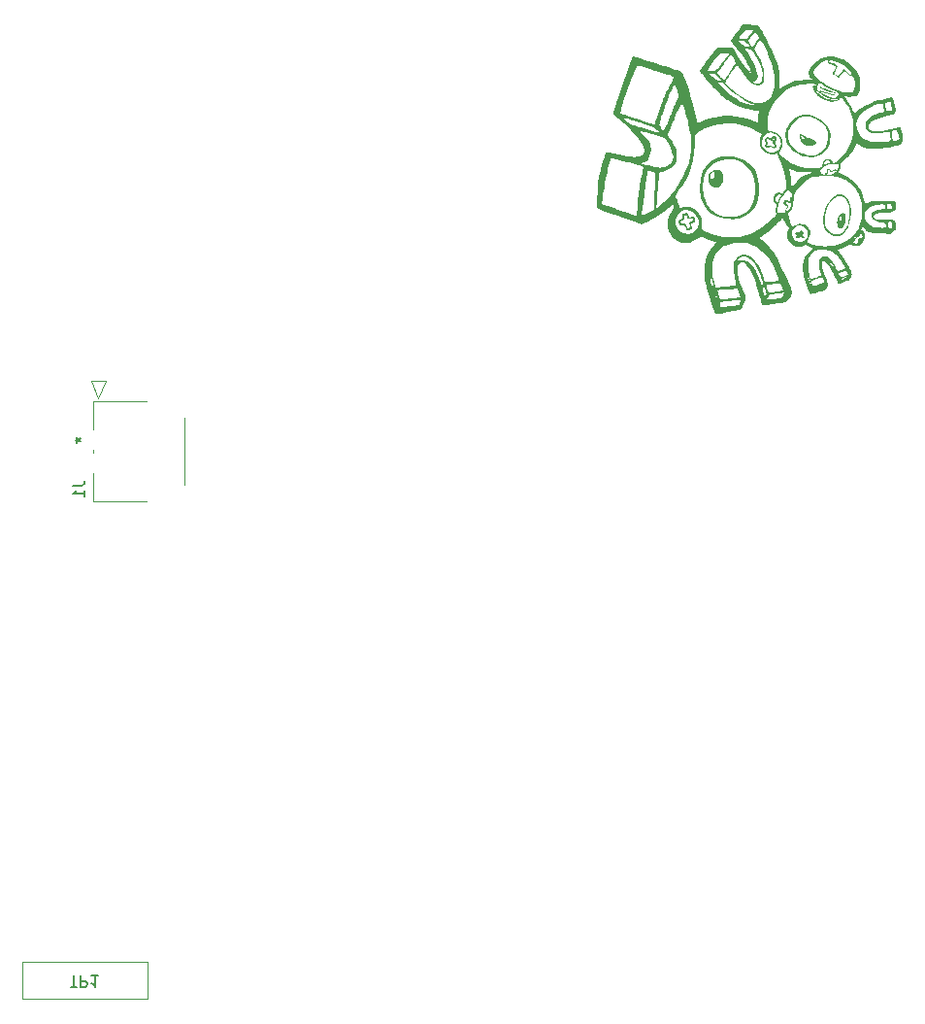
<source format=gbo>
%TF.GenerationSoftware,KiCad,Pcbnew,8.0.5*%
%TF.CreationDate,2024-11-19T20:18:48-08:00*%
%TF.ProjectId,Coil_Pannel_Z,436f696c-5f50-4616-9e6e-656c5f5a2e6b,1.0*%
%TF.SameCoordinates,Original*%
%TF.FileFunction,Legend,Bot*%
%TF.FilePolarity,Positive*%
%FSLAX46Y46*%
G04 Gerber Fmt 4.6, Leading zero omitted, Abs format (unit mm)*
G04 Created by KiCad (PCBNEW 8.0.5) date 2024-11-19 20:18:48*
%MOMM*%
%LPD*%
G01*
G04 APERTURE LIST*
%ADD10C,0.150000*%
%ADD11C,0.120000*%
%ADD12C,0.000000*%
%ADD13C,2.600000*%
%ADD14C,4.700000*%
%ADD15C,7.500000*%
%ADD16R,1.450000X1.100000*%
%ADD17R,2.899999X1.350000*%
G04 APERTURE END LIST*
D10*
X116342095Y-140619180D02*
X116913523Y-140619180D01*
X116627809Y-139619180D02*
X116627809Y-140619180D01*
X117246857Y-139619180D02*
X117246857Y-140619180D01*
X117246857Y-140619180D02*
X117627809Y-140619180D01*
X117627809Y-140619180D02*
X117723047Y-140571561D01*
X117723047Y-140571561D02*
X117770666Y-140523942D01*
X117770666Y-140523942D02*
X117818285Y-140428704D01*
X117818285Y-140428704D02*
X117818285Y-140285847D01*
X117818285Y-140285847D02*
X117770666Y-140190609D01*
X117770666Y-140190609D02*
X117723047Y-140142990D01*
X117723047Y-140142990D02*
X117627809Y-140095371D01*
X117627809Y-140095371D02*
X117246857Y-140095371D01*
X118770666Y-139619180D02*
X118199238Y-139619180D01*
X118484952Y-139619180D02*
X118484952Y-140619180D01*
X118484952Y-140619180D02*
X118389714Y-140476323D01*
X118389714Y-140476323D02*
X118294476Y-140381085D01*
X118294476Y-140381085D02*
X118199238Y-140333466D01*
X116583819Y-96917169D02*
X117298104Y-96917169D01*
X117298104Y-96917169D02*
X117440961Y-96869550D01*
X117440961Y-96869550D02*
X117536200Y-96774312D01*
X117536200Y-96774312D02*
X117583819Y-96631455D01*
X117583819Y-96631455D02*
X117583819Y-96536217D01*
X117583819Y-97917169D02*
X117583819Y-97345741D01*
X117583819Y-97631455D02*
X116583819Y-97631455D01*
X116583819Y-97631455D02*
X116726676Y-97536217D01*
X116726676Y-97536217D02*
X116821914Y-97440979D01*
X116821914Y-97440979D02*
X116869533Y-97345741D01*
X116778820Y-92955501D02*
X117016915Y-92955501D01*
X116921677Y-92717406D02*
X117016915Y-92955501D01*
X117016915Y-92955501D02*
X116921677Y-93193596D01*
X117207391Y-92812644D02*
X117016915Y-92955501D01*
X117016915Y-92955501D02*
X117207391Y-93098358D01*
D11*
X123084000Y-141674000D02*
X112184000Y-141674000D01*
X112184000Y-141674000D02*
X112184000Y-138474000D01*
X123084000Y-138474000D02*
X123084000Y-141674000D01*
X112184000Y-138474000D02*
X123084000Y-138474000D01*
X118119001Y-87792509D02*
X119389001Y-87792509D01*
X118329001Y-89570509D02*
X118329001Y-92075461D01*
X118329001Y-93815541D02*
X118329001Y-94075462D01*
X118329001Y-95815542D02*
X118329001Y-98320492D01*
X118329001Y-98320492D02*
X122958961Y-98320492D01*
X118754001Y-89316509D02*
X118119001Y-87792509D01*
X119389001Y-87792509D02*
X118754001Y-89316509D01*
X122958961Y-89570509D02*
X118329001Y-89570509D01*
X126279001Y-96861482D02*
X126279001Y-91029519D01*
D12*
G36*
X181763757Y-62165147D02*
G01*
X181877838Y-62228793D01*
X181890333Y-62236174D01*
X182004861Y-62293184D01*
X182168759Y-62363599D01*
X182362012Y-62439175D01*
X182564605Y-62511668D01*
X182619731Y-62530505D01*
X182803777Y-62594766D01*
X182961306Y-62651801D01*
X183077070Y-62696002D01*
X183135820Y-62721758D01*
X183149247Y-62729864D01*
X183175821Y-62753944D01*
X183143771Y-62756853D01*
X183049664Y-62737942D01*
X182890066Y-62696563D01*
X182661544Y-62632065D01*
X182654972Y-62630166D01*
X182366280Y-62542911D01*
X182143189Y-62466339D01*
X181976715Y-62396702D01*
X181857875Y-62330250D01*
X181777685Y-62263235D01*
X181770607Y-62255584D01*
X181709108Y-62178898D01*
X181707169Y-62148633D01*
X181763757Y-62165147D01*
G37*
G36*
X180171097Y-74673821D02*
G01*
X180246086Y-74760675D01*
X180298482Y-74841255D01*
X180311199Y-74909059D01*
X180284594Y-74994267D01*
X180261792Y-75056181D01*
X180260019Y-75114396D01*
X180300264Y-75157293D01*
X180333394Y-75190001D01*
X180363678Y-75270490D01*
X180338733Y-75341567D01*
X180311351Y-75360597D01*
X180254055Y-75360479D01*
X180156489Y-75322771D01*
X180119158Y-75308337D01*
X180027335Y-75299786D01*
X179905391Y-75329453D01*
X179872615Y-75340067D01*
X179785033Y-75360713D01*
X179728059Y-75348382D01*
X179669904Y-75298958D01*
X179623652Y-75249318D01*
X179613821Y-75215272D01*
X179654999Y-75192095D01*
X179660622Y-75189880D01*
X179692877Y-75166798D01*
X179679791Y-75128480D01*
X179616118Y-75056645D01*
X179510781Y-74946697D01*
X179588347Y-74869130D01*
X179628812Y-74832594D01*
X179688646Y-74812196D01*
X179771509Y-74839676D01*
X179793992Y-74849621D01*
X179857498Y-74865909D01*
X179909324Y-74841196D01*
X179977809Y-74765259D01*
X180041484Y-74693914D01*
X180109289Y-74651458D01*
X180171097Y-74673821D01*
G37*
G36*
X173273871Y-70113858D02*
G01*
X173277556Y-70211407D01*
X173273179Y-70353070D01*
X173250217Y-70466101D01*
X173204123Y-70580940D01*
X173142137Y-70689852D01*
X172989108Y-70851312D01*
X172793955Y-70951387D01*
X172710204Y-70967667D01*
X172534687Y-70950248D01*
X172358362Y-70874986D01*
X172198642Y-70750700D01*
X172072941Y-70586210D01*
X172017356Y-70443457D01*
X171987460Y-70242404D01*
X171996937Y-70037369D01*
X172014259Y-69976729D01*
X172139205Y-69976729D01*
X172178054Y-70114285D01*
X172219546Y-70158571D01*
X172305435Y-70187943D01*
X172348711Y-70182552D01*
X172444912Y-70125787D01*
X172513711Y-70023791D01*
X172548094Y-69897346D01*
X172541049Y-69767229D01*
X172485563Y-69654221D01*
X172405970Y-69559608D01*
X172272301Y-69701852D01*
X172172728Y-69838598D01*
X172139205Y-69976729D01*
X172014259Y-69976729D01*
X172046999Y-69862115D01*
X172133811Y-69720117D01*
X172282752Y-69568722D01*
X172458668Y-69460689D01*
X172646582Y-69402348D01*
X172831519Y-69400026D01*
X172998502Y-69460052D01*
X173053605Y-69499920D01*
X173166612Y-69642924D01*
X173239651Y-69846659D01*
X173246142Y-69897346D01*
X173273871Y-70113858D01*
G37*
G36*
X183974558Y-73527311D02*
G01*
X183976569Y-73588428D01*
X183965153Y-73798045D01*
X183929776Y-74007646D01*
X183875357Y-74202000D01*
X183806815Y-74365881D01*
X183729068Y-74484058D01*
X183647036Y-74541305D01*
X183642995Y-74542366D01*
X183560042Y-74559355D01*
X183496754Y-74550428D01*
X183410105Y-74509878D01*
X183360889Y-74476739D01*
X183277176Y-74362461D01*
X183232527Y-74207319D01*
X183223481Y-74025833D01*
X183246576Y-73832527D01*
X183275760Y-73725088D01*
X183411180Y-73725088D01*
X183414152Y-73801155D01*
X183436133Y-73901041D01*
X183479340Y-73928093D01*
X183543600Y-73882106D01*
X183574331Y-73830289D01*
X183606870Y-73730647D01*
X183629504Y-73613959D01*
X183639283Y-73502737D01*
X183633258Y-73419494D01*
X183608481Y-73386744D01*
X183607687Y-73386751D01*
X183542909Y-73420936D01*
X183479001Y-73505121D01*
X183430309Y-73614706D01*
X183411180Y-73725088D01*
X183275760Y-73725088D01*
X183298351Y-73641920D01*
X183375345Y-73468534D01*
X183474098Y-73326892D01*
X183591148Y-73231514D01*
X183723034Y-73196922D01*
X183772693Y-73198282D01*
X183869147Y-73216749D01*
X183927664Y-73268183D01*
X183959163Y-73366924D01*
X183972199Y-73502737D01*
X183974558Y-73527311D01*
G37*
G36*
X180772795Y-66652298D02*
G01*
X180962533Y-66750455D01*
X181136059Y-66842527D01*
X181281481Y-66922496D01*
X181386906Y-66984342D01*
X181440441Y-67022045D01*
X181444643Y-67029143D01*
X181424473Y-67077673D01*
X181352899Y-67148394D01*
X181242649Y-67230249D01*
X181106450Y-67312183D01*
X181090602Y-67320203D01*
X180953808Y-67357419D01*
X180763878Y-67361131D01*
X180660017Y-67349304D01*
X180431295Y-67272473D01*
X180239480Y-67130275D01*
X180090032Y-66926233D01*
X180076813Y-66900224D01*
X180025647Y-66769272D01*
X179983837Y-66618275D01*
X179955919Y-66470000D01*
X179951221Y-66409247D01*
X180067506Y-66409247D01*
X180076972Y-66479093D01*
X180100360Y-66584661D01*
X180134645Y-66694535D01*
X180173772Y-66747171D01*
X180231284Y-66760657D01*
X180261272Y-66757340D01*
X180335855Y-66706083D01*
X180364120Y-66606592D01*
X180363689Y-66603777D01*
X180330471Y-66563526D01*
X180260956Y-66505710D01*
X180178625Y-66447167D01*
X180106960Y-66404739D01*
X180069443Y-66395265D01*
X180067506Y-66409247D01*
X179951221Y-66409247D01*
X179946425Y-66347217D01*
X179959890Y-66272691D01*
X179959910Y-66272661D01*
X179997172Y-66280920D01*
X180089579Y-66319210D01*
X180225237Y-66381513D01*
X180392254Y-66461807D01*
X180578738Y-66554076D01*
X180682494Y-66606592D01*
X180772795Y-66652298D01*
G37*
G36*
X184440571Y-73217451D02*
G01*
X184399694Y-73635592D01*
X184309492Y-74039950D01*
X184172662Y-74406870D01*
X184120210Y-74514165D01*
X183971876Y-74764161D01*
X183811814Y-74951680D01*
X183630200Y-75086767D01*
X183417209Y-75179470D01*
X183414264Y-75180410D01*
X183215469Y-75206228D01*
X182993820Y-75172659D01*
X182765124Y-75085685D01*
X182545187Y-74951289D01*
X182349818Y-74775454D01*
X182336660Y-74760939D01*
X182206817Y-74597822D01*
X182116351Y-74433268D01*
X182059457Y-74249031D01*
X182030330Y-74026862D01*
X182028941Y-73972875D01*
X182139226Y-73972875D01*
X182146438Y-74099888D01*
X182165866Y-74200871D01*
X182202161Y-74300412D01*
X182259977Y-74423097D01*
X182382675Y-74627870D01*
X182560584Y-74814698D01*
X182793829Y-74963923D01*
X182919747Y-75014979D01*
X183154305Y-75050449D01*
X183392903Y-75018748D01*
X183621328Y-74922620D01*
X183825370Y-74764806D01*
X183901866Y-74681399D01*
X184048150Y-74468380D01*
X184158797Y-74215563D01*
X184236119Y-73915038D01*
X184282425Y-73558893D01*
X184300026Y-73139218D01*
X184300267Y-73102862D01*
X184293964Y-72812011D01*
X184269610Y-72576735D01*
X184223261Y-72379615D01*
X184150968Y-72203227D01*
X184048785Y-72030150D01*
X183991837Y-71952863D01*
X183822203Y-71795100D01*
X183631036Y-71707617D01*
X183423740Y-71690296D01*
X183205718Y-71743020D01*
X182982372Y-71865672D01*
X182759106Y-72058135D01*
X182677574Y-72150252D01*
X182503346Y-72410671D01*
X182356501Y-72721181D01*
X182242980Y-73065195D01*
X182168723Y-73426126D01*
X182139674Y-73787388D01*
X182139576Y-73795246D01*
X182139226Y-73972875D01*
X182028941Y-73972875D01*
X182023167Y-73748513D01*
X182025118Y-73606818D01*
X182034095Y-73436531D01*
X182054575Y-73293051D01*
X182091348Y-73146714D01*
X182149202Y-72967854D01*
X182199738Y-72827335D01*
X182365308Y-72451315D01*
X182552634Y-72137628D01*
X182759230Y-71888924D01*
X182982610Y-71707856D01*
X183220290Y-71597074D01*
X183469783Y-71559230D01*
X183610711Y-71574621D01*
X183817815Y-71655912D01*
X184006461Y-71800025D01*
X184169150Y-71999023D01*
X184298384Y-72244968D01*
X184386667Y-72529923D01*
X184429426Y-72809178D01*
X184437443Y-73102862D01*
X184440571Y-73217451D01*
G37*
G36*
X182634238Y-66773902D02*
G01*
X182552237Y-67130617D01*
X182550881Y-67134644D01*
X182399040Y-67486437D01*
X182201713Y-67778274D01*
X181959969Y-68009131D01*
X181674879Y-68177985D01*
X181347512Y-68283811D01*
X181299681Y-68292094D01*
X181120568Y-68305406D01*
X180903109Y-68303785D01*
X180674034Y-68288732D01*
X180460074Y-68261748D01*
X180287958Y-68224333D01*
X180053883Y-68137140D01*
X179764758Y-67986606D01*
X179484163Y-67798502D01*
X179228721Y-67585502D01*
X179015056Y-67360279D01*
X178859791Y-67135507D01*
X178836659Y-67092080D01*
X178790066Y-66988144D01*
X178760909Y-66881642D01*
X178743765Y-66748046D01*
X178733213Y-66562826D01*
X178728956Y-66392798D01*
X178730865Y-66345426D01*
X178936817Y-66345426D01*
X178941699Y-66644751D01*
X179008990Y-66935828D01*
X179143055Y-67209180D01*
X179174560Y-67255522D01*
X179372279Y-67481659D01*
X179625170Y-67691749D01*
X179915785Y-67874507D01*
X180226678Y-68018651D01*
X180540401Y-68112896D01*
X180627103Y-68129979D01*
X180952206Y-68165627D01*
X181239414Y-68144818D01*
X181501421Y-68065594D01*
X181750919Y-67925993D01*
X181806072Y-67885877D01*
X182034559Y-67665445D01*
X182215569Y-67397908D01*
X182345868Y-67095917D01*
X182422220Y-66772127D01*
X182441393Y-66439189D01*
X182400151Y-66109757D01*
X182295261Y-65796482D01*
X182247172Y-65704919D01*
X182083019Y-65484462D01*
X181864034Y-65276230D01*
X181605264Y-65091599D01*
X181321752Y-64941947D01*
X181028546Y-64838650D01*
X180910204Y-64811864D01*
X180581089Y-64783044D01*
X180242232Y-64823298D01*
X179973643Y-64906897D01*
X179695747Y-65056724D01*
X179454067Y-65255156D01*
X179252968Y-65492718D01*
X179096817Y-65759934D01*
X178989978Y-66047329D01*
X178936817Y-66345426D01*
X178730865Y-66345426D01*
X178735685Y-66225811D01*
X178758800Y-66077213D01*
X178801637Y-65915449D01*
X178916910Y-65621183D01*
X179105930Y-65316759D01*
X179346101Y-65062968D01*
X179630899Y-64864216D01*
X179953798Y-64724906D01*
X180308276Y-64649442D01*
X180687808Y-64642228D01*
X181074379Y-64700448D01*
X181438223Y-64823776D01*
X181770367Y-65014365D01*
X182078024Y-65275500D01*
X182226974Y-65439508D01*
X182436451Y-65748955D01*
X182575030Y-66077931D01*
X182641397Y-66421293D01*
X182641034Y-66439189D01*
X182634238Y-66773902D01*
G37*
G36*
X177953325Y-67366290D02*
G01*
X177895250Y-67461841D01*
X177774615Y-67532960D01*
X177734098Y-67541706D01*
X177610571Y-67520409D01*
X177473301Y-67440050D01*
X177406315Y-67393540D01*
X177359471Y-67395435D01*
X177296010Y-67448551D01*
X177270350Y-67470352D01*
X177189415Y-67502271D01*
X177102995Y-67471388D01*
X176998031Y-67374455D01*
X176957696Y-67324639D01*
X176949276Y-67273319D01*
X176988936Y-67200904D01*
X177038905Y-67103459D01*
X177040002Y-67014280D01*
X176974915Y-66951062D01*
X176950007Y-66935456D01*
X176905551Y-66866886D01*
X176923248Y-66789173D01*
X177059413Y-66789173D01*
X177070624Y-66838165D01*
X177125902Y-66919318D01*
X177149280Y-66951294D01*
X177190496Y-67021286D01*
X177189742Y-67077483D01*
X177150679Y-67154688D01*
X177114177Y-67225283D01*
X177108326Y-67278665D01*
X177143244Y-67326116D01*
X177172304Y-67352006D01*
X177216761Y-67359733D01*
X177278532Y-67313764D01*
X177296778Y-67297973D01*
X177364887Y-67264687D01*
X177441561Y-67287167D01*
X177505624Y-67323050D01*
X177605403Y-67388164D01*
X177611506Y-67392494D01*
X177690572Y-67419309D01*
X177746307Y-67391149D01*
X177771205Y-67326382D01*
X177757756Y-67243379D01*
X177698453Y-67160507D01*
X177635866Y-67074303D01*
X177634113Y-66966886D01*
X177702938Y-66838897D01*
X177712633Y-66825208D01*
X177754449Y-66743506D01*
X177757812Y-66688115D01*
X177704418Y-66648103D01*
X177637464Y-66669431D01*
X177576478Y-66750671D01*
X177556754Y-66786719D01*
X177480372Y-66857125D01*
X177386519Y-66853416D01*
X177275269Y-66775584D01*
X177252356Y-66753827D01*
X177188219Y-66701546D01*
X177145715Y-66696727D01*
X177100083Y-66733411D01*
X177088505Y-66745234D01*
X177059413Y-66789173D01*
X176923248Y-66789173D01*
X176927074Y-66772374D01*
X177015224Y-66647038D01*
X177026714Y-66633687D01*
X177097201Y-66561380D01*
X177146454Y-66540551D01*
X177194561Y-66561632D01*
X177219030Y-66579019D01*
X177331731Y-66650148D01*
X177410602Y-66671865D01*
X177475861Y-66644573D01*
X177547725Y-66568675D01*
X177655528Y-66436969D01*
X177793860Y-66511022D01*
X177897916Y-66575448D01*
X177969552Y-66655538D01*
X177972404Y-66740757D01*
X177910033Y-66841227D01*
X177903465Y-66849131D01*
X177828226Y-66972544D01*
X177823563Y-67079402D01*
X177888858Y-67179548D01*
X177944387Y-67260087D01*
X177949966Y-67326382D01*
X177953325Y-67366290D01*
G37*
G36*
X170849252Y-73821157D02*
G01*
X170859741Y-73913364D01*
X170851494Y-73961059D01*
X170838965Y-73968411D01*
X170767661Y-73996396D01*
X170662996Y-74029229D01*
X170643676Y-74034818D01*
X170551058Y-74069747D01*
X170510269Y-74113685D01*
X170501152Y-74186181D01*
X170511486Y-74279505D01*
X170545986Y-74395504D01*
X170563989Y-74451268D01*
X170549435Y-74530986D01*
X170472301Y-74598954D01*
X170325864Y-74663348D01*
X170292081Y-74675214D01*
X170201477Y-74705120D01*
X170153566Y-74717906D01*
X170108857Y-74694197D01*
X170060472Y-74609881D01*
X170024062Y-74480251D01*
X170021171Y-74465992D01*
X169983577Y-74348474D01*
X169934004Y-74258171D01*
X169906458Y-74225976D01*
X169866272Y-74200679D01*
X169808786Y-74207705D01*
X169707518Y-74245582D01*
X169659574Y-74263660D01*
X169558788Y-74287336D01*
X169503262Y-74270054D01*
X169472507Y-74216656D01*
X169435678Y-74113920D01*
X169403682Y-73994028D01*
X169396222Y-73952722D01*
X169594613Y-73952722D01*
X169600131Y-73987715D01*
X169624047Y-74032170D01*
X169682641Y-74054080D01*
X169796654Y-74064966D01*
X169928450Y-74079065D01*
X170013433Y-74113564D01*
X170064410Y-74185318D01*
X170102965Y-74311714D01*
X170116718Y-74358345D01*
X170176279Y-74458885D01*
X170258091Y-74488317D01*
X170358868Y-74444928D01*
X170390900Y-74415336D01*
X170406985Y-74358928D01*
X170387153Y-74262858D01*
X170386162Y-74259410D01*
X170352530Y-74115001D01*
X170356480Y-74020981D01*
X170404018Y-73958743D01*
X170501152Y-73909677D01*
X170581396Y-73873212D01*
X170638577Y-73822185D01*
X170653476Y-73751577D01*
X170650661Y-73704374D01*
X170628788Y-73669838D01*
X170568783Y-73655901D01*
X170451647Y-73653311D01*
X170410433Y-73652670D01*
X170265743Y-73632844D01*
X170184082Y-73582539D01*
X170158423Y-73498034D01*
X170143201Y-73434744D01*
X170074165Y-73379053D01*
X169963045Y-73374650D01*
X169921979Y-73384523D01*
X169882984Y-73412031D01*
X169868120Y-73472747D01*
X169867843Y-73588064D01*
X169872816Y-73782243D01*
X169727896Y-73817263D01*
X169635995Y-73845759D01*
X169596568Y-73884701D01*
X169594613Y-73952722D01*
X169396222Y-73952722D01*
X169384228Y-73886312D01*
X169385023Y-73820107D01*
X169393980Y-73808501D01*
X169458815Y-73773551D01*
X169560822Y-73743345D01*
X169720492Y-73709233D01*
X169707691Y-73512355D01*
X169702727Y-73402821D01*
X169714993Y-73332511D01*
X169759121Y-73286205D01*
X169848978Y-73236868D01*
X169912826Y-73206911D01*
X170067441Y-73163657D01*
X170180204Y-73182137D01*
X170249238Y-73261624D01*
X170272666Y-73401389D01*
X170274896Y-73434837D01*
X170314532Y-73513012D01*
X170408109Y-73546694D01*
X170561350Y-73538601D01*
X170571186Y-73537156D01*
X170699041Y-73530987D01*
X170766033Y-73556078D01*
X170795344Y-73613541D01*
X170825846Y-73712022D01*
X170834329Y-73751577D01*
X170849252Y-73821157D01*
G37*
G36*
X176402232Y-71137753D02*
G01*
X176395205Y-71421007D01*
X176376511Y-71676889D01*
X176346143Y-71881454D01*
X176313744Y-72010669D01*
X176202344Y-72319363D01*
X176051694Y-72620201D01*
X175877745Y-72879207D01*
X175734079Y-73035514D01*
X175487503Y-73240699D01*
X175201378Y-73425099D01*
X174896797Y-73575563D01*
X174594855Y-73678944D01*
X174576701Y-73683322D01*
X174396957Y-73708515D01*
X174167428Y-73717892D01*
X173909833Y-73712415D01*
X173645893Y-73693048D01*
X173397328Y-73660752D01*
X173185859Y-73616492D01*
X173015953Y-73566669D01*
X172615284Y-73408505D01*
X172269737Y-73206171D01*
X171971599Y-72955466D01*
X171815290Y-72787234D01*
X171628828Y-72532584D01*
X171485030Y-72251280D01*
X171369941Y-71919290D01*
X171368401Y-71913940D01*
X171335928Y-71791818D01*
X171312748Y-71676325D01*
X171297383Y-71550905D01*
X171288356Y-71399007D01*
X171284190Y-71204078D01*
X171283407Y-70949563D01*
X171284094Y-70845322D01*
X171533553Y-70845322D01*
X171541024Y-71100235D01*
X171559183Y-71395200D01*
X171591614Y-71659400D01*
X171641898Y-71887780D01*
X171714670Y-72101000D01*
X171814564Y-72319722D01*
X171859956Y-72405724D01*
X172080871Y-72734188D01*
X172349050Y-73004599D01*
X172666501Y-73218377D01*
X173035235Y-73376946D01*
X173457262Y-73481725D01*
X173509605Y-73490481D01*
X173956862Y-73532194D01*
X174366361Y-73508280D01*
X174737546Y-73418990D01*
X175069859Y-73264575D01*
X175362744Y-73045287D01*
X175615642Y-72761376D01*
X175827997Y-72413095D01*
X175915174Y-72210932D01*
X176016086Y-71864824D01*
X176079459Y-71485919D01*
X176103267Y-71095374D01*
X176085486Y-70714348D01*
X176024091Y-70364001D01*
X176002597Y-70285797D01*
X175873670Y-69940901D01*
X175696809Y-69606945D01*
X175481967Y-69296968D01*
X175239098Y-69024010D01*
X174978157Y-68801112D01*
X174709098Y-68641313D01*
X174555079Y-68582824D01*
X174267939Y-68516967D01*
X173944619Y-68485779D01*
X173605791Y-68492055D01*
X173510541Y-68500852D01*
X173090418Y-68580089D01*
X172714486Y-68720444D01*
X172385222Y-68919748D01*
X172105104Y-69175832D01*
X171876606Y-69486525D01*
X171702206Y-69849658D01*
X171584381Y-70263060D01*
X171577605Y-70297381D01*
X171550617Y-70467590D01*
X171536342Y-70642339D01*
X171533553Y-70845322D01*
X171284094Y-70845322D01*
X171284717Y-70750908D01*
X171290963Y-70505278D01*
X171303273Y-70311506D01*
X171322695Y-70155054D01*
X171350275Y-70021384D01*
X171380055Y-69913188D01*
X171535000Y-69519871D01*
X171749696Y-69167309D01*
X172018376Y-68861271D01*
X172335274Y-68607528D01*
X172694623Y-68411848D01*
X173090657Y-68280003D01*
X173248679Y-68253911D01*
X173479284Y-68236974D01*
X173738616Y-68233644D01*
X174002030Y-68243531D01*
X174244883Y-68266244D01*
X174442531Y-68301393D01*
X174757824Y-68398854D01*
X175150620Y-68584807D01*
X175495993Y-68828710D01*
X175791064Y-69127502D01*
X176032952Y-69478126D01*
X176218778Y-69877521D01*
X176345660Y-70322629D01*
X176353394Y-70363199D01*
X176381320Y-70584905D01*
X176397602Y-70851071D01*
X176401548Y-71095374D01*
X176402232Y-71137753D01*
G37*
G36*
X176713796Y-57433088D02*
G01*
X176851183Y-57676994D01*
X176970805Y-57895489D01*
X176997899Y-57944977D01*
X177148666Y-58227776D01*
X177298206Y-58516129D01*
X177511401Y-58946317D01*
X177700659Y-59361061D01*
X177856129Y-59744328D01*
X177983957Y-60111334D01*
X178090290Y-60477299D01*
X178125265Y-60613055D01*
X178157213Y-60751939D01*
X178179572Y-60879746D01*
X178194142Y-61013923D01*
X178202723Y-61171918D01*
X178207115Y-61371179D01*
X178209117Y-61629151D01*
X178209152Y-61636342D01*
X178210757Y-61859369D01*
X178211874Y-61951322D01*
X178213114Y-62053343D01*
X178216004Y-62206485D01*
X178219205Y-62307020D01*
X178222497Y-62343169D01*
X178223018Y-62343070D01*
X178260649Y-62320734D01*
X178343045Y-62266869D01*
X178453434Y-62192422D01*
X178521655Y-62146746D01*
X178864634Y-61946221D01*
X179212725Y-61795307D01*
X179582140Y-61689123D01*
X179989094Y-61622787D01*
X180449802Y-61591419D01*
X180671354Y-61583077D01*
X180854225Y-61571894D01*
X180972945Y-61557632D01*
X181033872Y-61539068D01*
X181043363Y-61514979D01*
X181007773Y-61484143D01*
X180983781Y-61461436D01*
X180924968Y-61386653D01*
X180855450Y-61284035D01*
X180821762Y-61227676D01*
X180755706Y-61067528D01*
X180750283Y-60973294D01*
X181147009Y-60973294D01*
X181221959Y-61112468D01*
X181285164Y-61214744D01*
X181462964Y-61427962D01*
X181698573Y-61644660D01*
X181980585Y-61857838D01*
X182297593Y-62060493D01*
X182638191Y-62245624D01*
X182990971Y-62406230D01*
X183344528Y-62535308D01*
X183687454Y-62625856D01*
X183857995Y-62654186D01*
X184071007Y-62677175D01*
X184259911Y-62685994D01*
X184346804Y-62684907D01*
X184483958Y-62671318D01*
X184578139Y-62632111D01*
X184642506Y-62554802D01*
X184690221Y-62426912D01*
X184734445Y-62235957D01*
X184757424Y-62116608D01*
X184776480Y-61964957D01*
X184775146Y-61830018D01*
X184754669Y-61677361D01*
X184727439Y-61549656D01*
X184687715Y-61416795D01*
X184648049Y-61328502D01*
X184608743Y-61277343D01*
X184548604Y-61247755D01*
X184451601Y-61256613D01*
X184380841Y-61266659D01*
X184324540Y-61255306D01*
X184298963Y-61206459D01*
X184275454Y-61169871D01*
X184209576Y-61099397D01*
X184117842Y-61013310D01*
X184016295Y-60925405D01*
X183920974Y-60849475D01*
X183847920Y-60799313D01*
X183813174Y-60788715D01*
X183804614Y-60800882D01*
X183760941Y-60863785D01*
X183689513Y-60967012D01*
X183600333Y-61096114D01*
X183549141Y-61169290D01*
X183466137Y-61283324D01*
X183404587Y-61361827D01*
X183375046Y-61390985D01*
X183337136Y-61374950D01*
X183254283Y-61326562D01*
X183146138Y-61257686D01*
X183030722Y-61180419D01*
X182926058Y-61106853D01*
X182850170Y-61049086D01*
X182821078Y-61019211D01*
X182826256Y-60997972D01*
X182860202Y-60919916D01*
X182914543Y-60814302D01*
X182976000Y-60705215D01*
X183031293Y-60616736D01*
X183067144Y-60572949D01*
X183091212Y-60538496D01*
X183105949Y-60458747D01*
X183105378Y-60443716D01*
X183085205Y-60389340D01*
X183024036Y-60343789D01*
X182905403Y-60293494D01*
X182833693Y-60267551D01*
X182675943Y-60214745D01*
X182539862Y-60174032D01*
X182469029Y-60154103D01*
X182405673Y-60124467D01*
X182388449Y-60078250D01*
X182400400Y-59993501D01*
X182402736Y-59981051D01*
X182496654Y-59981051D01*
X182516710Y-60040183D01*
X182590428Y-60058408D01*
X182660267Y-60067083D01*
X182795805Y-60103748D01*
X182947982Y-60159113D01*
X183087656Y-60222225D01*
X183185686Y-60282131D01*
X183268545Y-60349226D01*
X183111085Y-60698922D01*
X183065631Y-60800679D01*
X183007870Y-60932826D01*
X182968303Y-61027027D01*
X182953626Y-61067606D01*
X182961256Y-61076799D01*
X183014261Y-61086594D01*
X183014293Y-61086594D01*
X183085554Y-61108980D01*
X183171720Y-61162756D01*
X183246894Y-61216590D01*
X183304743Y-61230079D01*
X183360399Y-61191805D01*
X183436306Y-61096114D01*
X183471367Y-61049283D01*
X183571591Y-60918443D01*
X183670838Y-60792051D01*
X183799624Y-60630791D01*
X183970315Y-60753372D01*
X184035928Y-60803785D01*
X184128283Y-60887060D01*
X184181666Y-60951927D01*
X184202950Y-60989034D01*
X184293016Y-61091628D01*
X184395735Y-61124675D01*
X184435697Y-61121584D01*
X184490825Y-61086791D01*
X184484597Y-61011304D01*
X184417250Y-60892593D01*
X184204737Y-60639136D01*
X183925602Y-60396775D01*
X183605255Y-60188452D01*
X183261062Y-60025389D01*
X182910391Y-59918809D01*
X182836536Y-59903692D01*
X182673419Y-59879423D01*
X182568808Y-59883262D01*
X182513091Y-59916656D01*
X182496654Y-59981051D01*
X182402736Y-59981051D01*
X182425933Y-59857399D01*
X182263534Y-59883368D01*
X182097187Y-59927123D01*
X181857064Y-60048754D01*
X181630797Y-60230286D01*
X181429599Y-60462161D01*
X181264686Y-60734817D01*
X181147009Y-60973294D01*
X180750283Y-60973294D01*
X180746827Y-60913245D01*
X180796305Y-60747544D01*
X180905320Y-60553143D01*
X180934221Y-60509451D01*
X181193681Y-60181873D01*
X181484513Y-59919371D01*
X181802615Y-59724006D01*
X182143881Y-59597841D01*
X182504209Y-59542937D01*
X182879495Y-59561355D01*
X182918098Y-59567231D01*
X183353118Y-59666265D01*
X183761354Y-59818551D01*
X184134998Y-60018461D01*
X184466243Y-60260368D01*
X184747282Y-60538645D01*
X184970309Y-60847664D01*
X185082816Y-61086791D01*
X185127516Y-61181797D01*
X185177532Y-61370840D01*
X185215088Y-61623665D01*
X185232852Y-61896526D01*
X185231874Y-61964957D01*
X185229073Y-62161008D01*
X185201995Y-62388695D01*
X185185331Y-62469614D01*
X185131603Y-62676822D01*
X185081380Y-62798090D01*
X185071099Y-62822914D01*
X184998102Y-62919292D01*
X184906898Y-62977355D01*
X184894083Y-62982416D01*
X184752600Y-63018779D01*
X184567140Y-63044262D01*
X184365954Y-63056965D01*
X184177294Y-63054984D01*
X184029413Y-63036419D01*
X183983833Y-63026320D01*
X183900573Y-63011428D01*
X183867569Y-63011360D01*
X183887362Y-63045360D01*
X183941867Y-63129598D01*
X184022701Y-63251276D01*
X184121480Y-63397642D01*
X184199105Y-63515968D01*
X184322682Y-63718153D01*
X184435946Y-63918344D01*
X184521613Y-64086774D01*
X184554154Y-64154538D01*
X184624557Y-64286165D01*
X184685870Y-64382106D01*
X184727647Y-64425197D01*
X184730841Y-64426273D01*
X184802301Y-64416656D01*
X184889208Y-64365902D01*
X185232013Y-64105677D01*
X185634174Y-63848322D01*
X186047214Y-63639033D01*
X186492860Y-63465612D01*
X186539341Y-63450175D01*
X186781494Y-63377521D01*
X187065392Y-63301871D01*
X187363677Y-63229900D01*
X187648990Y-63168285D01*
X187893972Y-63123702D01*
X187930421Y-63118021D01*
X187990136Y-63112855D01*
X188036159Y-63124037D01*
X188073808Y-63161167D01*
X188108398Y-63233846D01*
X188145246Y-63351676D01*
X188189670Y-63524258D01*
X188246985Y-63761191D01*
X188286971Y-63929511D01*
X188319942Y-64079939D01*
X188321723Y-64090899D01*
X188336760Y-64183461D01*
X188338844Y-64254878D01*
X188327614Y-64308993D01*
X188304491Y-64360608D01*
X188294047Y-64380098D01*
X188240307Y-64457532D01*
X188167431Y-64519369D01*
X188061490Y-64573029D01*
X187908558Y-64625935D01*
X187694705Y-64685506D01*
X187654133Y-64696239D01*
X187362647Y-64777676D01*
X187077587Y-64864293D01*
X186810188Y-64952110D01*
X186571683Y-65037146D01*
X186373305Y-65115419D01*
X186226290Y-65182950D01*
X186141870Y-65235758D01*
X186113282Y-65263199D01*
X186043456Y-65368537D01*
X186010702Y-65512475D01*
X186003227Y-65602675D01*
X186013270Y-65762662D01*
X186064735Y-65877173D01*
X186162968Y-65961996D01*
X186175790Y-65969319D01*
X186321492Y-66016341D01*
X186531332Y-66038478D01*
X186798494Y-66036263D01*
X187116159Y-66010230D01*
X187477510Y-65960912D01*
X187875730Y-65888841D01*
X188304000Y-65794552D01*
X188350360Y-65783594D01*
X188517679Y-65747141D01*
X188628542Y-65730453D01*
X188696541Y-65732153D01*
X188735271Y-65750864D01*
X188747517Y-65769337D01*
X188780431Y-65854673D01*
X188819902Y-65988471D01*
X188861742Y-66152746D01*
X188901764Y-66329512D01*
X188935781Y-66500783D01*
X188959604Y-66648575D01*
X188960983Y-66664100D01*
X188969046Y-66754902D01*
X188969063Y-66756895D01*
X188938358Y-66935504D01*
X188853394Y-67096453D01*
X188728357Y-67212759D01*
X188672898Y-67240809D01*
X188515071Y-67296982D01*
X188298158Y-67354955D01*
X188033246Y-67412609D01*
X187731426Y-67467823D01*
X187403785Y-67518477D01*
X187061411Y-67562451D01*
X186715395Y-67597624D01*
X186581770Y-67607631D01*
X186199925Y-67613030D01*
X185873144Y-67577046D01*
X185593440Y-67497661D01*
X185352825Y-67372859D01*
X185143310Y-67200621D01*
X185073177Y-67134400D01*
X184974950Y-67063367D01*
X184915640Y-67056897D01*
X184895724Y-67115153D01*
X184885883Y-67161061D01*
X184843623Y-67268447D01*
X184776153Y-67410509D01*
X184692334Y-67569838D01*
X184601030Y-67729026D01*
X184511103Y-67870663D01*
X184473500Y-67924134D01*
X184303415Y-68136537D01*
X184103591Y-68351482D01*
X183896428Y-68546019D01*
X183704329Y-68697196D01*
X183685553Y-68710127D01*
X183592832Y-68778698D01*
X183545099Y-68837611D01*
X183527415Y-68915473D01*
X183524840Y-69040890D01*
X183524834Y-69042165D01*
X183524783Y-69053634D01*
X183501871Y-69258813D01*
X183429797Y-69448431D01*
X183391723Y-69525508D01*
X183350623Y-69615279D01*
X183334595Y-69660202D01*
X183363656Y-69684267D01*
X183439158Y-69710441D01*
X183570212Y-69754921D01*
X183745570Y-69831567D01*
X183943782Y-69929557D01*
X184144509Y-70038345D01*
X184327410Y-70147382D01*
X184472147Y-70246122D01*
X184486755Y-70257291D01*
X184780695Y-70526705D01*
X185046563Y-70854646D01*
X185275297Y-71226480D01*
X185457834Y-71627574D01*
X185585112Y-72043293D01*
X185608051Y-72138358D01*
X185643796Y-72270081D01*
X185673014Y-72358047D01*
X185690974Y-72386903D01*
X185695085Y-72384753D01*
X185750484Y-72356905D01*
X185851927Y-72306479D01*
X185981062Y-72242606D01*
X186247629Y-72111032D01*
X187066369Y-72111856D01*
X187124839Y-72111990D01*
X187381256Y-72114273D01*
X187622514Y-72118974D01*
X187833364Y-72125635D01*
X187998554Y-72133797D01*
X188102835Y-72143002D01*
X188112858Y-72144400D01*
X188231639Y-72163826D01*
X188296627Y-72188970D01*
X188328273Y-72234114D01*
X188347029Y-72313542D01*
X188371882Y-72508432D01*
X188358105Y-72730893D01*
X188327990Y-72804683D01*
X188288154Y-72902294D01*
X188161182Y-73023748D01*
X187976341Y-73096370D01*
X187732786Y-73121274D01*
X187656867Y-73123103D01*
X187473031Y-73133653D01*
X187263039Y-73151371D01*
X187059038Y-73173753D01*
X186892582Y-73198352D01*
X186658446Y-73251595D01*
X186495427Y-73317506D01*
X186404630Y-73395350D01*
X186387161Y-73484387D01*
X186444126Y-73583881D01*
X186479853Y-73621899D01*
X186544158Y-73678621D01*
X186616755Y-73720659D01*
X186708955Y-73750186D01*
X186832065Y-73769372D01*
X186997394Y-73780390D01*
X187216250Y-73785409D01*
X187499941Y-73786602D01*
X187687031Y-73786115D01*
X187907755Y-73786052D01*
X188068989Y-73791498D01*
X188180653Y-73807746D01*
X188252667Y-73840090D01*
X188294951Y-73893823D01*
X188317426Y-73974240D01*
X188330011Y-74086634D01*
X188342625Y-74236299D01*
X188348974Y-74307292D01*
X188350457Y-74323881D01*
X188356534Y-74444339D01*
X188347714Y-74525095D01*
X188319928Y-74589689D01*
X188269108Y-74661661D01*
X188233028Y-74703701D01*
X188119393Y-74807764D01*
X187994286Y-74895924D01*
X187820437Y-74997807D01*
X187205397Y-74972959D01*
X186944878Y-74960798D01*
X186628091Y-74938831D01*
X186370209Y-74909169D01*
X186161094Y-74869134D01*
X185990607Y-74816051D01*
X185848610Y-74747244D01*
X185724965Y-74660038D01*
X185609534Y-74551757D01*
X185442554Y-74377487D01*
X185358522Y-74527002D01*
X185274490Y-74676517D01*
X185399290Y-74688527D01*
X185449217Y-74696415D01*
X185527998Y-74738732D01*
X185590673Y-74833821D01*
X185633079Y-74957965D01*
X185654847Y-75154443D01*
X185653906Y-75166379D01*
X185638657Y-75359903D01*
X185584776Y-75542169D01*
X185580023Y-75552360D01*
X185493697Y-75693130D01*
X185377060Y-75832342D01*
X185251206Y-75947630D01*
X185137233Y-76016630D01*
X185130044Y-76019252D01*
X184988284Y-76046372D01*
X184810081Y-76049873D01*
X184628764Y-76031042D01*
X184477659Y-75991165D01*
X184324590Y-75929918D01*
X183934235Y-76127034D01*
X183798597Y-76192243D01*
X183628566Y-76265544D01*
X183482560Y-76319500D01*
X183382036Y-76345619D01*
X183338739Y-76351548D01*
X183253903Y-76364604D01*
X183220192Y-76372175D01*
X183223447Y-76376492D01*
X183263441Y-76420955D01*
X183339395Y-76502808D01*
X183439158Y-76608910D01*
X183480513Y-76655588D01*
X183588530Y-76795871D01*
X183713010Y-76976720D01*
X183847397Y-77186608D01*
X183985136Y-77414008D01*
X184119673Y-77647393D01*
X184244451Y-77875235D01*
X184281991Y-77948184D01*
X184352917Y-78086007D01*
X184438516Y-78268182D01*
X184494691Y-78410232D01*
X184514889Y-78500630D01*
X184514759Y-78510990D01*
X184509615Y-78537591D01*
X184480751Y-78686858D01*
X184451550Y-78749061D01*
X184397461Y-78864282D01*
X184280645Y-79009062D01*
X184258176Y-79024736D01*
X184167744Y-79071030D01*
X184033255Y-79130368D01*
X183873642Y-79195399D01*
X183707839Y-79258773D01*
X183554778Y-79313141D01*
X183433393Y-79351151D01*
X183362617Y-79365455D01*
X183351412Y-79352548D01*
X183309050Y-79282206D01*
X183241057Y-79158963D01*
X183152494Y-78992252D01*
X183151662Y-78990648D01*
X183564517Y-78990648D01*
X183593419Y-79000635D01*
X183675641Y-78974486D01*
X183817489Y-78911206D01*
X183938888Y-78849778D01*
X184036367Y-78790443D01*
X184081745Y-78749061D01*
X184069603Y-78730842D01*
X183994522Y-78740996D01*
X183977890Y-78745277D01*
X183860605Y-78786179D01*
X183738227Y-78842273D01*
X183738063Y-78842348D01*
X183636145Y-78900800D01*
X183580732Y-78948554D01*
X183564517Y-78990648D01*
X183151662Y-78990648D01*
X183048422Y-78791510D01*
X182963389Y-78624195D01*
X183271495Y-78624195D01*
X183278835Y-78689518D01*
X183280372Y-78694473D01*
X183314334Y-78769254D01*
X183357587Y-78830672D01*
X183394788Y-78860939D01*
X183410597Y-78842273D01*
X183402491Y-78793503D01*
X183369596Y-78708792D01*
X183325999Y-78635239D01*
X183287675Y-78603836D01*
X183271495Y-78624195D01*
X182963389Y-78624195D01*
X182933901Y-78566172D01*
X182920213Y-78539010D01*
X182917965Y-78534612D01*
X183377882Y-78534612D01*
X183439158Y-78636074D01*
X183505850Y-78695390D01*
X183613079Y-78730181D01*
X183754720Y-78716932D01*
X183943523Y-78656152D01*
X183949745Y-78653726D01*
X184073260Y-78604510D01*
X184164237Y-78566335D01*
X184203377Y-78547287D01*
X184204070Y-78537591D01*
X184183906Y-78479428D01*
X184143468Y-78392629D01*
X184095429Y-78303228D01*
X184052463Y-78237259D01*
X184049020Y-78233318D01*
X184018400Y-78218207D01*
X183963123Y-78220615D01*
X183871690Y-78243275D01*
X183870937Y-78243522D01*
X183732602Y-78288914D01*
X183534360Y-78360264D01*
X183470421Y-78387560D01*
X183387649Y-78453671D01*
X183377882Y-78534612D01*
X182917965Y-78534612D01*
X182779398Y-78263488D01*
X182663287Y-78045590D01*
X182565478Y-77874609D01*
X182479566Y-77739839D01*
X182399149Y-77630573D01*
X182317822Y-77536104D01*
X182189039Y-77407368D01*
X182083590Y-77331195D01*
X182006184Y-77318400D01*
X181950787Y-77368143D01*
X181911367Y-77479586D01*
X181907136Y-77499108D01*
X181895888Y-77612379D01*
X181905400Y-77747579D01*
X181937876Y-77914165D01*
X181995521Y-78121594D01*
X182080539Y-78379322D01*
X182195135Y-78696807D01*
X182249858Y-78847068D01*
X182317750Y-79042490D01*
X182349662Y-79140725D01*
X182371824Y-79208947D01*
X182407574Y-79332397D01*
X182416461Y-79378081D01*
X182420492Y-79398802D01*
X182419330Y-79420673D01*
X182388919Y-79542298D01*
X182328502Y-79679219D01*
X182253200Y-79801473D01*
X182178133Y-79879093D01*
X182142268Y-79896725D01*
X182036183Y-79936795D01*
X181884026Y-79987689D01*
X181702697Y-80044424D01*
X181509091Y-80102018D01*
X181320106Y-80155487D01*
X181152638Y-80199848D01*
X181023585Y-80230119D01*
X180949843Y-80241317D01*
X180929849Y-80238821D01*
X180894847Y-80217316D01*
X180856974Y-80165149D01*
X180810692Y-80072002D01*
X180750461Y-79927558D01*
X180676338Y-79735964D01*
X181203656Y-79735964D01*
X181223371Y-79742377D01*
X181294901Y-79722169D01*
X181424049Y-79673628D01*
X181616617Y-79595040D01*
X181736426Y-79543915D01*
X181895831Y-79470259D01*
X181999514Y-79413983D01*
X182042231Y-79378081D01*
X182018738Y-79365545D01*
X181999500Y-79369592D01*
X181919092Y-79397883D01*
X181797666Y-79446413D01*
X181653725Y-79507142D01*
X181505771Y-79572034D01*
X181372305Y-79633049D01*
X181349383Y-79644251D01*
X181271829Y-79682152D01*
X181222846Y-79711303D01*
X181203656Y-79735964D01*
X180676338Y-79735964D01*
X180670742Y-79721500D01*
X180587562Y-79490690D01*
X180494547Y-79210703D01*
X180407929Y-78929870D01*
X180339089Y-78683793D01*
X180319373Y-78607090D01*
X180269952Y-78403957D01*
X180238451Y-78246612D01*
X180222010Y-78114345D01*
X180217769Y-77986449D01*
X180218156Y-77975500D01*
X180559945Y-77975500D01*
X180560560Y-78044970D01*
X180579237Y-78285449D01*
X180619119Y-78538724D01*
X180674795Y-78775194D01*
X180740856Y-78965264D01*
X180768622Y-79031854D01*
X180806362Y-79139406D01*
X180821211Y-79208451D01*
X180835108Y-79266655D01*
X180875291Y-79372290D01*
X180932534Y-79498738D01*
X180990885Y-79606066D01*
X181031314Y-79654672D01*
X181049085Y-79644251D01*
X181043164Y-79582134D01*
X181012513Y-79475652D01*
X180956095Y-79332136D01*
X180898976Y-79186947D01*
X181005513Y-79186947D01*
X181022319Y-79271402D01*
X181066675Y-79385718D01*
X181103401Y-79459959D01*
X181157976Y-79506487D01*
X181247560Y-79516445D01*
X181296570Y-79509655D01*
X181412950Y-79478546D01*
X181561411Y-79429392D01*
X181720933Y-79370134D01*
X181870498Y-79308714D01*
X181989085Y-79253073D01*
X182055675Y-79211151D01*
X182059926Y-79204941D01*
X182063632Y-79140725D01*
X182044523Y-79039379D01*
X182009135Y-78927855D01*
X181964004Y-78833103D01*
X181959770Y-78828263D01*
X181916217Y-78819353D01*
X181826202Y-78832340D01*
X181681453Y-78868868D01*
X181473697Y-78930581D01*
X181382627Y-78958944D01*
X181204814Y-79018351D01*
X181088319Y-79069861D01*
X181024699Y-79122914D01*
X181005513Y-79186947D01*
X180898976Y-79186947D01*
X180870876Y-79115520D01*
X180765189Y-78784992D01*
X180676675Y-78436402D01*
X180614546Y-78102908D01*
X180608329Y-78060283D01*
X180586512Y-77914461D01*
X180572878Y-77838001D01*
X180565314Y-77825975D01*
X180561708Y-77873451D01*
X180559945Y-77975500D01*
X180218156Y-77975500D01*
X180222868Y-77842216D01*
X180227374Y-77779006D01*
X180689381Y-77779006D01*
X180725710Y-78180943D01*
X180812940Y-78622876D01*
X180816819Y-78638652D01*
X180852891Y-78772321D01*
X180884668Y-78848944D01*
X180921670Y-78884712D01*
X180973416Y-78895818D01*
X180986679Y-78895754D01*
X181076090Y-78881052D01*
X181209378Y-78847897D01*
X181366921Y-78802457D01*
X181529094Y-78750898D01*
X181676272Y-78699390D01*
X181788831Y-78654101D01*
X181847148Y-78621198D01*
X181856272Y-78570753D01*
X181830669Y-78456822D01*
X181767680Y-78279047D01*
X181702231Y-78082811D01*
X181647087Y-77831604D01*
X181624897Y-77595168D01*
X181637029Y-77390757D01*
X181684853Y-77235628D01*
X181697469Y-77212666D01*
X181809185Y-77071185D01*
X182172966Y-77071185D01*
X182375166Y-77252199D01*
X182448727Y-77324247D01*
X182623865Y-77540953D01*
X182808025Y-77828621D01*
X182859252Y-77915175D01*
X182968179Y-78088952D01*
X183047947Y-78201785D01*
X183096180Y-78253399D01*
X183110505Y-78243522D01*
X183088547Y-78171881D01*
X183027932Y-78038204D01*
X182926286Y-77842216D01*
X182892877Y-77782070D01*
X182714951Y-77510147D01*
X182528490Y-77301096D01*
X182339201Y-77161534D01*
X182172966Y-77071185D01*
X181809185Y-77071185D01*
X181817131Y-77061122D01*
X181970910Y-76974735D01*
X182169202Y-76947314D01*
X182278095Y-76952409D01*
X182395293Y-76982822D01*
X182505820Y-77051443D01*
X182515499Y-77059057D01*
X182626591Y-77170107D01*
X182751994Y-77328839D01*
X182877772Y-77514796D01*
X182989989Y-77707519D01*
X183074707Y-77886551D01*
X183111052Y-77969712D01*
X183172362Y-78087005D01*
X183225221Y-78163790D01*
X183258870Y-78196784D01*
X183296577Y-78214122D01*
X183352481Y-78210338D01*
X183444429Y-78183951D01*
X183590271Y-78133479D01*
X183632558Y-78118363D01*
X183767663Y-78067094D01*
X183869358Y-78024010D01*
X183918257Y-77997165D01*
X183923940Y-77948184D01*
X183891011Y-77849238D01*
X183824826Y-77714334D01*
X183732886Y-77555631D01*
X183622691Y-77385287D01*
X183501739Y-77215463D01*
X183377530Y-77058316D01*
X183257565Y-76926006D01*
X183103551Y-76783733D01*
X182812848Y-76580220D01*
X182500339Y-76444825D01*
X182156626Y-76373992D01*
X181772312Y-76364167D01*
X181571003Y-76383937D01*
X181344284Y-76444714D01*
X181154316Y-76552077D01*
X180982542Y-76714251D01*
X180882344Y-76852048D01*
X180768043Y-77110672D01*
X180703607Y-77420953D01*
X180689381Y-77779006D01*
X180227374Y-77779006D01*
X180228332Y-77765562D01*
X180293048Y-77398613D01*
X180422450Y-77060475D01*
X180620307Y-76743224D01*
X180890388Y-76438932D01*
X180960677Y-76368520D01*
X181035165Y-76283613D01*
X181061321Y-76231263D01*
X181045662Y-76201509D01*
X181018328Y-76187255D01*
X180940097Y-76167237D01*
X180888612Y-76154934D01*
X180787067Y-76118118D01*
X180662217Y-76065447D01*
X180436697Y-75964240D01*
X180282032Y-76051167D01*
X180126801Y-76111864D01*
X179908140Y-76140880D01*
X179680846Y-76121617D01*
X179472462Y-76053982D01*
X179274720Y-75926629D01*
X179094761Y-75734137D01*
X178966112Y-75503136D01*
X178894147Y-75247186D01*
X178884238Y-74979847D01*
X178907004Y-74874894D01*
X179260145Y-74874894D01*
X179270365Y-75010977D01*
X179333690Y-75239050D01*
X179447182Y-75435050D01*
X179601906Y-75580525D01*
X179732507Y-75647270D01*
X179922689Y-75695500D01*
X180110294Y-75696839D01*
X180268918Y-75648594D01*
X180399767Y-75566278D01*
X180553052Y-75417105D01*
X180640799Y-75239419D01*
X180668768Y-75024225D01*
X180668369Y-74997279D01*
X180629327Y-74768086D01*
X180534428Y-74577586D01*
X180394985Y-74430465D01*
X180222314Y-74331408D01*
X180027729Y-74285098D01*
X179822546Y-74296222D01*
X179618079Y-74369464D01*
X179425644Y-74509509D01*
X179338757Y-74596905D01*
X179285809Y-74672113D01*
X179264153Y-74754736D01*
X179260145Y-74874894D01*
X178907004Y-74874894D01*
X178941758Y-74714676D01*
X179004930Y-74538410D01*
X178805712Y-74162502D01*
X178715331Y-73996549D01*
X178626446Y-73849386D01*
X178554912Y-73755542D01*
X178493570Y-73705912D01*
X178435260Y-73691392D01*
X178399382Y-73713042D01*
X178317713Y-73781061D01*
X178200924Y-73887033D01*
X178058490Y-74022340D01*
X177899885Y-74178365D01*
X177852249Y-74225769D01*
X177612747Y-74455121D01*
X177393794Y-74646220D01*
X177173210Y-74817547D01*
X176928816Y-74987585D01*
X176837942Y-75048493D01*
X176682167Y-75155010D01*
X176557143Y-75243282D01*
X176473853Y-75305477D01*
X176443284Y-75333762D01*
X176443279Y-75333997D01*
X176471329Y-75368165D01*
X176544592Y-75433609D01*
X176647462Y-75516373D01*
X176687337Y-75547864D01*
X176901822Y-75736762D01*
X177132484Y-75966761D01*
X177360614Y-76217494D01*
X177567499Y-76468591D01*
X177734430Y-76699682D01*
X177848513Y-76884373D01*
X178010458Y-77174094D01*
X178194718Y-77529747D01*
X178399663Y-77948070D01*
X178623661Y-78425801D01*
X178865078Y-78959679D01*
X178913052Y-79067882D01*
X178972120Y-79201108D01*
X178998094Y-79261025D01*
X179090018Y-79473079D01*
X179178809Y-79691841D01*
X179239931Y-79866629D01*
X179250405Y-79908674D01*
X179274819Y-80006679D01*
X179284910Y-80121228D01*
X179284115Y-80127117D01*
X179271640Y-80219513D01*
X179236445Y-80310770D01*
X179180762Y-80404234D01*
X179106026Y-80509142D01*
X179087239Y-80534665D01*
X178966026Y-80699309D01*
X178876762Y-80814887D01*
X178806390Y-80891220D01*
X178741852Y-80938126D01*
X178670091Y-80965425D01*
X178578050Y-80982937D01*
X178452672Y-81000480D01*
X178358936Y-81014286D01*
X178173494Y-81042848D01*
X177947315Y-81078673D01*
X177700711Y-81118533D01*
X177453994Y-81159201D01*
X177225715Y-81196432D01*
X177034001Y-81225092D01*
X176897872Y-81241200D01*
X176807199Y-81245637D01*
X176751857Y-81239286D01*
X176721718Y-81223031D01*
X176699973Y-81180291D01*
X176661768Y-81073652D01*
X176612849Y-80917371D01*
X176557217Y-80724304D01*
X176554028Y-80712444D01*
X177089158Y-80712444D01*
X177099882Y-80720697D01*
X177169578Y-80726576D01*
X177291540Y-80722005D01*
X177451053Y-80708824D01*
X177633403Y-80688873D01*
X177823876Y-80663992D01*
X178007758Y-80636020D01*
X178170334Y-80606797D01*
X178296891Y-80578163D01*
X178372713Y-80551957D01*
X178374858Y-80550659D01*
X178413112Y-80506496D01*
X178465634Y-80424447D01*
X178521485Y-80325000D01*
X178569723Y-80228639D01*
X178599408Y-80155849D01*
X178599600Y-80127117D01*
X178585664Y-80128756D01*
X178509457Y-80138338D01*
X178378314Y-80155049D01*
X178205205Y-80177233D01*
X178003101Y-80203236D01*
X177886568Y-80218144D01*
X177822917Y-80226114D01*
X177693052Y-80242375D01*
X177532717Y-80261781D01*
X177419676Y-80274672D01*
X177368040Y-80279355D01*
X177342772Y-80297382D01*
X177288136Y-80364272D01*
X177221707Y-80460575D01*
X177157235Y-80564940D01*
X177108469Y-80656013D01*
X177089158Y-80712444D01*
X176554028Y-80712444D01*
X176498876Y-80507306D01*
X176430744Y-80252114D01*
X176304219Y-79816927D01*
X176762588Y-79816927D01*
X176762780Y-79911370D01*
X176782457Y-80031928D01*
X176823587Y-80201777D01*
X176840385Y-80264981D01*
X176880642Y-80405211D01*
X176914761Y-80509314D01*
X176936737Y-80558370D01*
X176952768Y-80561966D01*
X176984950Y-80520432D01*
X177016885Y-80436673D01*
X177041368Y-80331597D01*
X177051197Y-80226114D01*
X177048683Y-80186463D01*
X177030257Y-80076100D01*
X176998747Y-79941499D01*
X176959889Y-79802417D01*
X176919419Y-79678612D01*
X176883075Y-79589841D01*
X176856592Y-79555860D01*
X176846482Y-79561955D01*
X176814979Y-79618881D01*
X176782340Y-79716244D01*
X176779911Y-79725417D01*
X176762588Y-79816927D01*
X176304219Y-79816927D01*
X176280400Y-79735000D01*
X176192064Y-79464665D01*
X177056790Y-79464665D01*
X177059230Y-79527924D01*
X177080599Y-79634778D01*
X177114684Y-79763340D01*
X177155275Y-79891726D01*
X177196158Y-79998052D01*
X177231122Y-80060432D01*
X177289966Y-80101961D01*
X177419956Y-80121101D01*
X177603251Y-80089024D01*
X177649351Y-80078766D01*
X177771301Y-80057788D01*
X177932596Y-80034275D01*
X178110803Y-80011647D01*
X178165127Y-80005023D01*
X178357653Y-79975501D01*
X178476673Y-79944906D01*
X178524347Y-79912719D01*
X178525367Y-79908674D01*
X178516418Y-79845224D01*
X178484680Y-79739048D01*
X178438968Y-79613063D01*
X178388096Y-79490184D01*
X178340879Y-79393330D01*
X178306133Y-79345416D01*
X178288211Y-79343035D01*
X178206475Y-79344664D01*
X178074142Y-79352413D01*
X177907033Y-79364853D01*
X177720971Y-79380554D01*
X177531777Y-79398088D01*
X177355273Y-79416026D01*
X177207280Y-79432937D01*
X177103620Y-79447394D01*
X177060114Y-79457966D01*
X177056790Y-79464665D01*
X176192064Y-79464665D01*
X176125395Y-79260637D01*
X175967782Y-78833709D01*
X175809617Y-78458899D01*
X175652953Y-78140893D01*
X175499846Y-77884373D01*
X175352350Y-77694025D01*
X175212519Y-77574532D01*
X175187335Y-77560279D01*
X175029195Y-77508751D01*
X174868036Y-77508928D01*
X174732589Y-77561586D01*
X174674374Y-77614269D01*
X174590355Y-77763314D01*
X174545784Y-77967873D01*
X174539870Y-78222051D01*
X174571827Y-78519949D01*
X174640866Y-78855672D01*
X174746199Y-79223323D01*
X174887038Y-79617005D01*
X175062595Y-80030820D01*
X175103548Y-80121594D01*
X175189224Y-80328845D01*
X175238589Y-80495578D01*
X175240280Y-80514017D01*
X175251917Y-80640939D01*
X175229480Y-80784073D01*
X175215048Y-80823949D01*
X175171552Y-80944125D01*
X175078404Y-81140240D01*
X175010915Y-81270620D01*
X174932320Y-81412377D01*
X174867601Y-81518182D01*
X174826312Y-81571684D01*
X174786341Y-81588214D01*
X174678675Y-81618185D01*
X174515863Y-81657067D01*
X174308673Y-81702423D01*
X174067873Y-81751819D01*
X173804231Y-81802820D01*
X173607354Y-81839768D01*
X173323520Y-81892525D01*
X173101423Y-81932317D01*
X172932775Y-81959851D01*
X172809288Y-81975833D01*
X172722673Y-81980968D01*
X172664643Y-81975963D01*
X172626908Y-81961524D01*
X172601182Y-81938356D01*
X172579174Y-81907166D01*
X172550694Y-81855478D01*
X172491566Y-81722211D01*
X172417989Y-81535098D01*
X172362492Y-81383746D01*
X173014495Y-81383746D01*
X173195380Y-81379113D01*
X173233246Y-81377294D01*
X173359356Y-81366981D01*
X173531510Y-81349665D01*
X173732305Y-81327434D01*
X173944338Y-81302377D01*
X174150204Y-81276584D01*
X174332502Y-81252145D01*
X174473826Y-81231147D01*
X174556774Y-81215681D01*
X174605962Y-81185287D01*
X174682296Y-81105498D01*
X174759188Y-81002159D01*
X174818572Y-80900050D01*
X174842381Y-80823949D01*
X174837665Y-80804584D01*
X174815911Y-80788954D01*
X174768681Y-80780338D01*
X174687604Y-80778961D01*
X174564310Y-80785048D01*
X174390426Y-80798822D01*
X174157582Y-80820508D01*
X173857408Y-80850329D01*
X173837747Y-80852326D01*
X173607765Y-80877740D01*
X173403081Y-80903955D01*
X173236336Y-80929079D01*
X173120172Y-80951224D01*
X173067228Y-80968497D01*
X173056070Y-80981019D01*
X173025756Y-81066419D01*
X173014495Y-81198004D01*
X173014495Y-81250462D01*
X173014495Y-81383746D01*
X172362492Y-81383746D01*
X172333959Y-81305931D01*
X172243472Y-81046503D01*
X172150524Y-80768606D01*
X172059111Y-80484033D01*
X171973228Y-80204576D01*
X171972233Y-80201153D01*
X172600564Y-80201153D01*
X172607954Y-80355560D01*
X172644686Y-80605860D01*
X172746697Y-80945815D01*
X172864336Y-81250462D01*
X172846790Y-80945815D01*
X172839520Y-80861500D01*
X172812010Y-80680255D01*
X172771386Y-80494141D01*
X172722996Y-80323303D01*
X172672190Y-80187886D01*
X172624317Y-80108033D01*
X172606342Y-80118363D01*
X172600564Y-80201153D01*
X171972233Y-80201153D01*
X171896873Y-79942029D01*
X171889315Y-79913900D01*
X172796384Y-79913900D01*
X172798970Y-79935006D01*
X172818039Y-80016095D01*
X172851427Y-80143236D01*
X172895134Y-80300757D01*
X173002549Y-80679248D01*
X173246528Y-80683967D01*
X173271896Y-80684178D01*
X173408349Y-80680296D01*
X173586113Y-80669861D01*
X173790524Y-80654322D01*
X174006920Y-80635126D01*
X174220637Y-80613721D01*
X174417011Y-80591555D01*
X174581379Y-80570076D01*
X174699079Y-80550732D01*
X174755446Y-80534971D01*
X174769519Y-80514017D01*
X174768262Y-80451911D01*
X174740346Y-80341922D01*
X174683615Y-80173202D01*
X174656501Y-80098447D01*
X174603272Y-79959430D01*
X174559882Y-79856052D01*
X174533769Y-79806514D01*
X174524088Y-79803861D01*
X174453118Y-79801637D01*
X174325160Y-79804317D01*
X174153471Y-79811081D01*
X173951306Y-79821109D01*
X173731923Y-79833584D01*
X173508577Y-79847684D01*
X173312732Y-79861323D01*
X173294525Y-79862591D01*
X173103023Y-79877486D01*
X172947328Y-79891548D01*
X172840697Y-79903960D01*
X172796384Y-79913900D01*
X171889315Y-79913900D01*
X171834040Y-79708183D01*
X171802040Y-79580196D01*
X171733448Y-79282750D01*
X171685461Y-79026408D01*
X171654941Y-78788783D01*
X171640834Y-78578582D01*
X172147552Y-78578582D01*
X172156365Y-78779329D01*
X172189445Y-79020402D01*
X172219760Y-79185247D01*
X172264607Y-79390331D01*
X172312302Y-79574199D01*
X172359441Y-79726129D01*
X172402617Y-79835398D01*
X172438424Y-79891282D01*
X172463456Y-79883059D01*
X172468353Y-79861323D01*
X172464578Y-79760114D01*
X172438945Y-79599299D01*
X172392758Y-79388007D01*
X172320566Y-79063009D01*
X172246811Y-78646646D01*
X172204937Y-78280147D01*
X172204888Y-78279487D01*
X172197877Y-78212582D01*
X172189608Y-78205494D01*
X172177987Y-78263548D01*
X172160922Y-78392067D01*
X172147552Y-78578582D01*
X171640834Y-78578582D01*
X171638747Y-78547492D01*
X171633739Y-78280147D01*
X171648262Y-78040536D01*
X172329191Y-78040536D01*
X172334549Y-78204380D01*
X172354966Y-78437754D01*
X172387876Y-78685756D01*
X172430333Y-78933284D01*
X172479391Y-79165236D01*
X172532102Y-79366510D01*
X172585520Y-79522002D01*
X172636699Y-79616612D01*
X172643108Y-79623326D01*
X172713659Y-79658745D01*
X172801797Y-79672033D01*
X172865345Y-79655935D01*
X172901196Y-79648824D01*
X173001683Y-79635903D01*
X173154302Y-79618871D01*
X173346737Y-79599099D01*
X173566669Y-79577956D01*
X173763935Y-79559159D01*
X173972768Y-79538255D01*
X174148098Y-79519622D01*
X174275806Y-79504768D01*
X174341774Y-79495201D01*
X174348335Y-79493815D01*
X174383434Y-79484004D01*
X174405993Y-79464811D01*
X174415562Y-79425361D01*
X174411691Y-79354781D01*
X174393929Y-79242200D01*
X174361825Y-79076743D01*
X174314928Y-78847539D01*
X174277552Y-78652958D01*
X174220083Y-78240048D01*
X174205443Y-77884606D01*
X174234249Y-77582360D01*
X174306342Y-77331724D01*
X174509600Y-77331724D01*
X174545962Y-77335395D01*
X174638366Y-77329684D01*
X174764453Y-77315096D01*
X174897011Y-77302226D01*
X175181723Y-77318270D01*
X175432857Y-77401347D01*
X175656240Y-77553928D01*
X175857695Y-77778479D01*
X175870974Y-77796784D01*
X176000640Y-77998565D01*
X176139353Y-78249465D01*
X176276364Y-78527780D01*
X176400922Y-78811809D01*
X176502279Y-79079848D01*
X176514642Y-79116026D01*
X176570001Y-79272668D01*
X176609890Y-79368786D01*
X176640708Y-79414572D01*
X176668855Y-79420219D01*
X176700732Y-79395920D01*
X176708550Y-79387511D01*
X176735799Y-79336129D01*
X176741628Y-79261025D01*
X176724392Y-79150423D01*
X176682449Y-78992545D01*
X176614153Y-78775614D01*
X176591531Y-78708116D01*
X176437884Y-78315422D01*
X176262599Y-77964975D01*
X176069983Y-77660879D01*
X175864345Y-77407236D01*
X175649991Y-77208152D01*
X175431231Y-77067728D01*
X175212370Y-76990069D01*
X174997717Y-76979277D01*
X174791580Y-77039457D01*
X174745083Y-77064678D01*
X174644368Y-77136207D01*
X174561158Y-77215328D01*
X174511040Y-77285885D01*
X174509600Y-77331724D01*
X174306342Y-77331724D01*
X174307115Y-77329036D01*
X174424654Y-77120360D01*
X174587481Y-76952057D01*
X174589468Y-76950466D01*
X174763924Y-76857259D01*
X174978772Y-76815320D01*
X175217229Y-76825838D01*
X175462514Y-76890004D01*
X175628429Y-76969850D01*
X175867706Y-77146077D01*
X176097474Y-77385941D01*
X176312540Y-77681996D01*
X176507712Y-78026798D01*
X176677796Y-78412900D01*
X176817600Y-78832857D01*
X176823353Y-78852854D01*
X176869027Y-78993255D01*
X176914060Y-79105174D01*
X176949470Y-79165925D01*
X176958851Y-79174034D01*
X176997286Y-79191099D01*
X177062495Y-79199156D01*
X177166701Y-79198293D01*
X177322128Y-79188597D01*
X177541000Y-79170156D01*
X177609162Y-79163860D01*
X177799697Y-79144071D01*
X177959626Y-79124298D01*
X178073841Y-79106534D01*
X178127237Y-79092774D01*
X178139466Y-79067882D01*
X178132646Y-78979222D01*
X178096780Y-78838805D01*
X178035298Y-78656476D01*
X177951629Y-78442078D01*
X177849202Y-78205458D01*
X177731446Y-77956459D01*
X177581022Y-77671321D01*
X177306417Y-77232502D01*
X177006082Y-76842818D01*
X176686065Y-76509021D01*
X176352417Y-76237864D01*
X176011186Y-76036100D01*
X175769913Y-75930028D01*
X175415577Y-75816489D01*
X175067987Y-75761264D01*
X174707320Y-75760157D01*
X174706402Y-75760217D01*
X174207830Y-75819335D01*
X173767747Y-75927130D01*
X173386204Y-76083555D01*
X173063253Y-76288560D01*
X172798946Y-76542094D01*
X172593334Y-76844108D01*
X172446470Y-77194553D01*
X172358405Y-77593379D01*
X172329191Y-78040536D01*
X171648262Y-78040536D01*
X171664100Y-77779233D01*
X171761437Y-77297380D01*
X171927947Y-76841972D01*
X172165788Y-76407142D01*
X172477118Y-75987024D01*
X172708263Y-75712192D01*
X172547211Y-75671227D01*
X172362417Y-75622239D01*
X172083055Y-75539466D01*
X171851731Y-75459290D01*
X171682063Y-75386198D01*
X171679399Y-75384851D01*
X171477139Y-75302871D01*
X171305302Y-75282395D01*
X171148235Y-75324411D01*
X170990287Y-75429908D01*
X170957332Y-75456855D01*
X170681353Y-75633174D01*
X170379357Y-75749134D01*
X170066659Y-75800351D01*
X169758573Y-75782443D01*
X169605325Y-75746743D01*
X169303028Y-75620493D01*
X169034967Y-75426837D01*
X168802435Y-75166832D01*
X168606723Y-74841533D01*
X168560254Y-74745301D01*
X168507829Y-74619552D01*
X168476745Y-74504065D01*
X168460138Y-74370031D01*
X168451143Y-74188645D01*
X168451914Y-73968860D01*
X168466135Y-73854774D01*
X169145475Y-73854774D01*
X169147258Y-74099647D01*
X169204893Y-74336315D01*
X169318285Y-74553782D01*
X169487337Y-74741050D01*
X169711953Y-74887122D01*
X169743377Y-74901776D01*
X169992695Y-74983589D01*
X170234018Y-75004818D01*
X170450724Y-74963740D01*
X170565401Y-74909954D01*
X170757141Y-74772076D01*
X170928181Y-74592855D01*
X171056296Y-74393227D01*
X171088774Y-74324211D01*
X171131212Y-74206278D01*
X171145637Y-74090807D01*
X171139103Y-73939126D01*
X171127322Y-73844525D01*
X171054737Y-73597085D01*
X170931529Y-73377772D01*
X170767810Y-73193060D01*
X170573694Y-73049422D01*
X170359295Y-72953333D01*
X170134726Y-72911265D01*
X169910100Y-72929692D01*
X169695530Y-73015088D01*
X169476209Y-73180897D01*
X169309854Y-73384402D01*
X169199642Y-73612694D01*
X169145475Y-73854774D01*
X168466135Y-73854774D01*
X168478657Y-73754321D01*
X168539471Y-73553276D01*
X168641280Y-73343611D01*
X168791009Y-73103212D01*
X168806120Y-73080404D01*
X168915560Y-72892149D01*
X168970296Y-72738538D01*
X168973256Y-72606220D01*
X168927370Y-72481849D01*
X168879526Y-72395695D01*
X168747835Y-72532739D01*
X168668280Y-72610302D01*
X168501966Y-72756389D01*
X168298214Y-72922206D01*
X168073396Y-73094952D01*
X167843881Y-73261824D01*
X167626039Y-73410020D01*
X167580064Y-73439565D01*
X167391205Y-73554474D01*
X167180759Y-73674409D01*
X166961167Y-73793098D01*
X166744869Y-73904270D01*
X166544304Y-74001654D01*
X166371914Y-74078978D01*
X166240138Y-74129972D01*
X166161415Y-74148363D01*
X166153097Y-74147803D01*
X166073163Y-74129998D01*
X165937116Y-74090132D01*
X165757516Y-74032226D01*
X165546925Y-73960299D01*
X165317902Y-73878373D01*
X165316794Y-73877968D01*
X165080693Y-73792070D01*
X164790923Y-73687337D01*
X164465535Y-73570252D01*
X164122580Y-73447297D01*
X163780110Y-73324955D01*
X163456174Y-73209711D01*
X163325548Y-73163047D01*
X163055770Y-73064657D01*
X162812368Y-72973201D01*
X162604462Y-72892269D01*
X162441173Y-72825454D01*
X162331622Y-72776345D01*
X162284930Y-72748536D01*
X162263141Y-72698037D01*
X162251035Y-72580909D01*
X162257451Y-72398532D01*
X162258399Y-72385162D01*
X162259030Y-72376238D01*
X162713596Y-72376238D01*
X163208648Y-72555472D01*
X163325410Y-72597598D01*
X163542163Y-72675391D01*
X163802414Y-72768453D01*
X164089496Y-72870835D01*
X164386744Y-72976589D01*
X164677491Y-73079766D01*
X164684328Y-73082188D01*
X164942433Y-73173082D01*
X165177610Y-73254877D01*
X165380102Y-73324261D01*
X165540154Y-73377922D01*
X165648008Y-73412547D01*
X165693909Y-73424825D01*
X165715929Y-73422709D01*
X165740196Y-73406262D01*
X165757714Y-73362948D01*
X165759148Y-73354129D01*
X166169399Y-73354129D01*
X166185457Y-73383513D01*
X166200767Y-73380205D01*
X166281000Y-73352745D01*
X166406302Y-73303727D01*
X166560134Y-73240273D01*
X166725958Y-73169508D01*
X166887233Y-73098557D01*
X167027421Y-73034543D01*
X167129983Y-72984590D01*
X167178379Y-72955822D01*
X167184502Y-72948812D01*
X167200215Y-72919403D01*
X167214199Y-72870603D01*
X167226915Y-72796111D01*
X167234776Y-72725791D01*
X167466485Y-72725791D01*
X167495773Y-72716933D01*
X167572611Y-72666105D01*
X167685232Y-72580341D01*
X167822839Y-72468633D01*
X167974637Y-72339973D01*
X168129830Y-72203353D01*
X168277623Y-72067767D01*
X168407219Y-71942206D01*
X168684592Y-71650335D01*
X169130989Y-71650335D01*
X169137185Y-71682770D01*
X169164391Y-71777656D01*
X169208064Y-71914529D01*
X169262509Y-72077036D01*
X169322033Y-72248824D01*
X169380942Y-72413541D01*
X169433544Y-72554834D01*
X169474145Y-72656350D01*
X169497051Y-72701737D01*
X169530074Y-72709977D01*
X169620021Y-72702865D01*
X169739533Y-72677119D01*
X169892142Y-72646629D01*
X170156403Y-72634656D01*
X170415584Y-72667122D01*
X170639865Y-72741882D01*
X170758448Y-72810180D01*
X170961278Y-72972742D01*
X171145331Y-73173937D01*
X171288168Y-73391287D01*
X171318169Y-73449817D01*
X171354201Y-73532991D01*
X171377176Y-73617738D01*
X171390120Y-73722702D01*
X171396063Y-73866529D01*
X171398031Y-74067867D01*
X171398127Y-74090807D01*
X171400008Y-74539545D01*
X171508930Y-74626397D01*
X171695231Y-74751701D01*
X171958545Y-74886155D01*
X172264093Y-75009592D01*
X172594032Y-75115639D01*
X172930521Y-75197927D01*
X173255714Y-75250084D01*
X173357084Y-75260034D01*
X173631534Y-75277149D01*
X173928470Y-75284536D01*
X174223382Y-75282220D01*
X174491761Y-75270226D01*
X174709098Y-75248579D01*
X174979492Y-75196520D01*
X175316368Y-75104884D01*
X175657966Y-74987478D01*
X175973759Y-74853832D01*
X176276002Y-74696880D01*
X176683349Y-74438111D01*
X177090169Y-74122763D01*
X177507733Y-73742669D01*
X177537790Y-73713419D01*
X177700966Y-73553929D01*
X177816893Y-73437541D01*
X177891999Y-73355671D01*
X177932711Y-73299735D01*
X177945453Y-73261148D01*
X177936654Y-73231327D01*
X177934581Y-73228758D01*
X178968058Y-73228758D01*
X178999133Y-73486883D01*
X179004498Y-73524235D01*
X179039737Y-73679201D01*
X179093813Y-73849121D01*
X179159278Y-74016223D01*
X179228683Y-74162735D01*
X179294579Y-74270885D01*
X179349519Y-74322903D01*
X179394111Y-74321563D01*
X179490357Y-74292301D01*
X179608166Y-74239762D01*
X179712324Y-74193189D01*
X179960832Y-74133469D01*
X180199551Y-74143582D01*
X180418599Y-74219141D01*
X180608093Y-74355763D01*
X180758147Y-74549062D01*
X180858881Y-74794654D01*
X180860368Y-74800252D01*
X180884063Y-75016156D01*
X180882306Y-75024225D01*
X180837836Y-75228402D01*
X180719502Y-75447211D01*
X180648689Y-75554011D01*
X180616136Y-75621053D01*
X180617970Y-75666005D01*
X180648833Y-75708695D01*
X180721679Y-75767103D01*
X180863720Y-75844122D01*
X181045643Y-75919694D01*
X181248067Y-75985940D01*
X181451610Y-76034982D01*
X181657331Y-76062859D01*
X181919345Y-76080049D01*
X182206480Y-76085436D01*
X182493635Y-76079078D01*
X182755711Y-76061037D01*
X182967608Y-76031371D01*
X182985970Y-76027677D01*
X183459098Y-75899202D01*
X183732880Y-75783450D01*
X184652654Y-75783450D01*
X184735806Y-75826905D01*
X184857069Y-75837929D01*
X184962859Y-75803135D01*
X184987914Y-75782205D01*
X185034654Y-75700446D01*
X185055541Y-75566161D01*
X185060142Y-75504675D01*
X185074821Y-75425401D01*
X185107042Y-75392511D01*
X185169458Y-75385994D01*
X185219944Y-75377749D01*
X185317837Y-75326619D01*
X185396579Y-75248465D01*
X185428888Y-75166379D01*
X185417390Y-75119442D01*
X185374081Y-75041024D01*
X185353779Y-75016096D01*
X185323164Y-74999885D01*
X185280793Y-75016529D01*
X185236818Y-75053030D01*
X185212674Y-75073070D01*
X185104817Y-75176549D01*
X185040102Y-75241323D01*
X184903390Y-75389051D01*
X184787973Y-75528290D01*
X184702167Y-75647878D01*
X184654288Y-75736652D01*
X184652654Y-75783450D01*
X183732880Y-75783450D01*
X183890926Y-75716630D01*
X184276257Y-75483643D01*
X184469925Y-75321275D01*
X184713056Y-75321275D01*
X184719744Y-75346478D01*
X184760025Y-75390102D01*
X184820161Y-75366773D01*
X184891553Y-75278550D01*
X184916490Y-75235349D01*
X184961462Y-75128751D01*
X184969332Y-75053030D01*
X184937221Y-75024225D01*
X184911009Y-75033965D01*
X184847811Y-75090198D01*
X184780712Y-75174108D01*
X184729273Y-75259774D01*
X184713056Y-75321275D01*
X184469925Y-75321275D01*
X184609894Y-75203927D01*
X184886637Y-74881165D01*
X185101290Y-74519043D01*
X185253538Y-74123342D01*
X185356730Y-73685147D01*
X185387311Y-73416096D01*
X185638144Y-73416096D01*
X185667831Y-73655893D01*
X185758235Y-73882932D01*
X185769506Y-73902334D01*
X185938201Y-74113161D01*
X186162926Y-74281339D01*
X186432058Y-74397982D01*
X186493896Y-74414076D01*
X186650308Y-74441606D01*
X186834517Y-74462360D01*
X187025940Y-74475182D01*
X187203993Y-74478914D01*
X187348094Y-74472400D01*
X187437659Y-74454484D01*
X187499113Y-74402436D01*
X187525605Y-74307198D01*
X187501890Y-74197176D01*
X187496152Y-74189179D01*
X187675665Y-74189179D01*
X187675908Y-74227707D01*
X187681033Y-74307198D01*
X187683531Y-74345951D01*
X187706093Y-74413799D01*
X187749323Y-74451671D01*
X187752429Y-74453311D01*
X187857818Y-74486993D01*
X187950254Y-74481754D01*
X188002711Y-74438951D01*
X188009272Y-74405128D01*
X188014110Y-74307292D01*
X188011036Y-74182115D01*
X188003778Y-74083359D01*
X187987204Y-74009272D01*
X187951552Y-73973757D01*
X187885110Y-73955762D01*
X187865415Y-73952156D01*
X187764725Y-73943760D01*
X187707392Y-73971712D01*
X187681633Y-74049141D01*
X187675665Y-74189179D01*
X187496152Y-74189179D01*
X187428541Y-74094951D01*
X187397494Y-74069147D01*
X187319858Y-74028463D01*
X187209223Y-74002527D01*
X187044027Y-73985182D01*
X187006219Y-73981850D01*
X186772917Y-73940457D01*
X186563520Y-73869311D01*
X186395306Y-73775664D01*
X186285555Y-73666771D01*
X186232516Y-73538886D01*
X186221916Y-73370351D01*
X186267302Y-73214198D01*
X186272120Y-73205627D01*
X186371786Y-73098097D01*
X186528315Y-73001932D01*
X186723872Y-72924330D01*
X186940620Y-72872490D01*
X187160726Y-72853611D01*
X187188344Y-72852818D01*
X187315404Y-72817433D01*
X187386749Y-72730152D01*
X187401594Y-72591828D01*
X187391318Y-72468852D01*
X187572323Y-72468852D01*
X187572543Y-72555960D01*
X187588142Y-72669574D01*
X187603237Y-72740999D01*
X187631294Y-72807295D01*
X187686118Y-72835153D01*
X187792349Y-72845846D01*
X187842049Y-72848089D01*
X187938416Y-72845610D01*
X187987305Y-72833925D01*
X187996975Y-72804683D01*
X187996881Y-72719510D01*
X187983282Y-72611093D01*
X187960392Y-72509361D01*
X187932426Y-72444240D01*
X187906239Y-72424167D01*
X187821408Y-72401023D01*
X187717505Y-72398085D01*
X187625509Y-72414798D01*
X187576403Y-72450608D01*
X187572323Y-72468852D01*
X187391318Y-72468852D01*
X187390057Y-72453761D01*
X187098011Y-72442694D01*
X186904938Y-72444645D01*
X186606487Y-72481685D01*
X186325772Y-72555372D01*
X186081324Y-72660350D01*
X185943981Y-72755158D01*
X185891674Y-72791266D01*
X185752596Y-72966345D01*
X185667093Y-73180570D01*
X185638144Y-73416096D01*
X185387311Y-73416096D01*
X185409228Y-73223264D01*
X185410034Y-72755158D01*
X185358150Y-72298294D01*
X185252580Y-71870136D01*
X185115076Y-71524853D01*
X184892071Y-71140499D01*
X184613213Y-70803756D01*
X184282931Y-70519804D01*
X183905650Y-70293824D01*
X183696014Y-70195575D01*
X183490541Y-70112534D01*
X183293667Y-70051800D01*
X183088481Y-70010002D01*
X182858067Y-69983768D01*
X182585514Y-69969725D01*
X182253907Y-69964502D01*
X182034691Y-69964658D01*
X181735018Y-69971795D01*
X181486859Y-69989552D01*
X181275205Y-70020369D01*
X181085045Y-70066687D01*
X180901368Y-70130943D01*
X180709165Y-70215579D01*
X180607719Y-70269119D01*
X180351935Y-70447367D01*
X180099259Y-70680290D01*
X179930382Y-70876545D01*
X179863797Y-70953924D01*
X179659658Y-71254308D01*
X179610713Y-71337075D01*
X179541969Y-71460733D01*
X179498232Y-71562066D01*
X179486281Y-71609560D01*
X179472164Y-71665665D01*
X179456427Y-71796119D01*
X179443680Y-71978021D01*
X179442343Y-71998283D01*
X179442050Y-72002723D01*
X179407153Y-72315149D01*
X179345613Y-72575497D01*
X179251167Y-72803774D01*
X179117555Y-73019987D01*
X178968058Y-73228758D01*
X177934581Y-73228758D01*
X177912739Y-73201688D01*
X177897838Y-73183938D01*
X177860121Y-73098653D01*
X177864437Y-72979073D01*
X177869898Y-72943551D01*
X178044315Y-72943551D01*
X178051127Y-73061579D01*
X178082973Y-73123276D01*
X178116725Y-73135659D01*
X178219185Y-73150148D01*
X178354458Y-73156042D01*
X178495440Y-73153374D01*
X178615025Y-73142181D01*
X178686109Y-73122497D01*
X178720245Y-73085182D01*
X178694163Y-73031729D01*
X178673492Y-72990456D01*
X178686376Y-72929321D01*
X178744213Y-72833108D01*
X178769823Y-72793452D01*
X178820669Y-72699572D01*
X178840882Y-72637120D01*
X178834001Y-72609506D01*
X178781374Y-72531960D01*
X178693825Y-72446228D01*
X178591715Y-72373826D01*
X178559824Y-72354232D01*
X178538222Y-72323656D01*
X178549511Y-72271501D01*
X178570105Y-72226477D01*
X178742074Y-72226477D01*
X178762644Y-72309632D01*
X178832302Y-72411726D01*
X178851049Y-72434119D01*
X178921610Y-72565763D01*
X178916891Y-72688109D01*
X178836878Y-72800113D01*
X178790720Y-72853289D01*
X178764720Y-72914387D01*
X178766398Y-72939088D01*
X178794732Y-72984031D01*
X178850999Y-72974577D01*
X178925997Y-72918852D01*
X179010521Y-72824985D01*
X179095367Y-72701103D01*
X179171331Y-72555333D01*
X179191220Y-72506375D01*
X179231822Y-72378817D01*
X179264808Y-72240384D01*
X179287605Y-72107924D01*
X179297640Y-71998283D01*
X179292342Y-71928306D01*
X179269137Y-71914840D01*
X179262378Y-71920631D01*
X179229771Y-71983964D01*
X179204094Y-72083450D01*
X179201207Y-72100275D01*
X179172410Y-72227534D01*
X179135244Y-72288534D01*
X179078063Y-72292151D01*
X178989223Y-72247265D01*
X178965630Y-72233347D01*
X178873181Y-72187051D01*
X178811126Y-72168296D01*
X178771829Y-72176493D01*
X178742074Y-72226477D01*
X178570105Y-72226477D01*
X178593954Y-72174338D01*
X178635570Y-72097468D01*
X178702117Y-72030798D01*
X178783624Y-72030590D01*
X178898003Y-72091991D01*
X178910666Y-72100220D01*
X178996183Y-72148186D01*
X179052898Y-72167902D01*
X179071653Y-72151967D01*
X179102360Y-72079495D01*
X179129060Y-71968228D01*
X179133070Y-71946197D01*
X179159820Y-71836044D01*
X179192545Y-71782408D01*
X179240732Y-71768303D01*
X179277088Y-71761225D01*
X179322637Y-71706139D01*
X179324751Y-71609560D01*
X179281164Y-71487242D01*
X179258487Y-71450458D01*
X179183053Y-71360367D01*
X179089473Y-71272007D01*
X178999471Y-71204770D01*
X178934774Y-71178048D01*
X178893537Y-71196686D01*
X178813263Y-71268768D01*
X178711859Y-71382844D01*
X178599513Y-71525798D01*
X178508115Y-71654060D01*
X178486413Y-71684516D01*
X178382747Y-71845884D01*
X178298704Y-71996789D01*
X178288131Y-72018286D01*
X178211617Y-72199467D01*
X178146188Y-72397150D01*
X178094635Y-72596770D01*
X178059747Y-72783759D01*
X178044315Y-72943551D01*
X177869898Y-72943551D01*
X177881869Y-72865680D01*
X177908060Y-72680540D01*
X177920018Y-72548520D01*
X177916388Y-72454770D01*
X177895819Y-72384440D01*
X177856958Y-72322680D01*
X177798453Y-72254640D01*
X177696464Y-72115238D01*
X177660910Y-71992747D01*
X177816288Y-71992747D01*
X177841248Y-72081476D01*
X177925048Y-72148135D01*
X177933738Y-72152611D01*
X178010873Y-72190537D01*
X178048811Y-72205944D01*
X178052197Y-72202700D01*
X178082524Y-72153407D01*
X178135641Y-72057133D01*
X178202646Y-71929857D01*
X178345070Y-71654060D01*
X178259768Y-71587707D01*
X178179760Y-71540498D01*
X178105903Y-71541892D01*
X178029373Y-71601571D01*
X177936459Y-71725375D01*
X177850402Y-71873291D01*
X177816288Y-71992747D01*
X177660910Y-71992747D01*
X177660744Y-71992174D01*
X177674336Y-71899773D01*
X177719876Y-71763647D01*
X177785580Y-71625356D01*
X177859039Y-71510363D01*
X177927842Y-71444132D01*
X177932988Y-71441535D01*
X178040973Y-71418429D01*
X178199806Y-71421468D01*
X178390245Y-71450389D01*
X178431941Y-71439714D01*
X178516551Y-71369888D01*
X178628251Y-71240108D01*
X178686425Y-71163562D01*
X178746251Y-71070956D01*
X178783377Y-70980427D01*
X178799772Y-70876545D01*
X178797403Y-70743882D01*
X178778237Y-70567009D01*
X178744242Y-70330496D01*
X178706141Y-70101256D01*
X178598378Y-69602607D01*
X178522245Y-69335870D01*
X179031287Y-69335870D01*
X179035170Y-69354581D01*
X179054466Y-69433784D01*
X179086277Y-69559600D01*
X179126489Y-69715624D01*
X179142903Y-69781060D01*
X179202947Y-70104583D01*
X179221692Y-70419258D01*
X179221970Y-70495083D01*
X179226046Y-70633613D01*
X179237507Y-70719043D01*
X179259544Y-70767697D01*
X179295350Y-70795899D01*
X179371132Y-70828684D01*
X179431390Y-70819471D01*
X179477657Y-70749638D01*
X179544099Y-70631311D01*
X179708535Y-70426305D01*
X179924403Y-70227451D01*
X180176723Y-70046299D01*
X180450516Y-69894400D01*
X180730805Y-69783303D01*
X180784036Y-69766228D01*
X180921546Y-69715842D01*
X181003058Y-69674901D01*
X181019558Y-69647639D01*
X181015490Y-69643745D01*
X180983549Y-69624273D01*
X180931519Y-69614123D01*
X180845489Y-69612987D01*
X180711550Y-69620560D01*
X180515791Y-69636535D01*
X180445140Y-69641780D01*
X180078495Y-69636974D01*
X179718878Y-69573741D01*
X179619961Y-69540717D01*
X181735035Y-69540717D01*
X181754769Y-69590323D01*
X181800937Y-69647639D01*
X181819599Y-69670807D01*
X181908084Y-69753908D01*
X181997734Y-69818940D01*
X182066060Y-69845215D01*
X182103003Y-69829529D01*
X182153925Y-69769053D01*
X182193955Y-69723713D01*
X182274375Y-69692891D01*
X182282468Y-69692814D01*
X182327786Y-69682027D01*
X182341044Y-69638462D01*
X182329836Y-69541373D01*
X182327000Y-69523261D01*
X182319360Y-69433254D01*
X182339854Y-69389266D01*
X182398119Y-69366637D01*
X182502720Y-69352066D01*
X182599213Y-69378333D01*
X182642106Y-69455274D01*
X182642254Y-69456300D01*
X182663613Y-69517979D01*
X182710625Y-69534524D01*
X182794360Y-69504870D01*
X182925887Y-69427951D01*
X182992130Y-69388885D01*
X183082999Y-69349838D01*
X183127561Y-69354322D01*
X183135000Y-69368101D01*
X183138323Y-69400426D01*
X183135055Y-69402380D01*
X183088540Y-69433502D01*
X183010010Y-69487741D01*
X182907407Y-69553343D01*
X182801284Y-69594415D01*
X182712163Y-69583696D01*
X182619633Y-69523034D01*
X182562116Y-69478252D01*
X182504118Y-69453596D01*
X182464567Y-69476224D01*
X182444689Y-69521064D01*
X182445286Y-69608112D01*
X182448268Y-69621063D01*
X182438228Y-69687039D01*
X182366544Y-69736455D01*
X182300312Y-69780116D01*
X182279635Y-69823216D01*
X182280603Y-69825837D01*
X182332544Y-69861683D01*
X182434431Y-69872081D01*
X182566226Y-69858944D01*
X182707889Y-69824189D01*
X182839383Y-69769729D01*
X182950352Y-69703547D01*
X183068142Y-69615743D01*
X183150878Y-69533748D01*
X183182111Y-69471860D01*
X183182111Y-69471822D01*
X183206711Y-69403523D01*
X183265794Y-69323117D01*
X183289770Y-69291894D01*
X183336242Y-69174002D01*
X183346957Y-69042165D01*
X183316990Y-68933852D01*
X183304777Y-68923511D01*
X183228500Y-68903927D01*
X183103244Y-68894799D01*
X182948090Y-68895670D01*
X182782119Y-68906079D01*
X182624410Y-68925567D01*
X182494046Y-68953673D01*
X182354065Y-69003514D01*
X182167620Y-69095634D01*
X181998842Y-69205973D01*
X181861384Y-69323972D01*
X181768898Y-69439073D01*
X181735035Y-69540717D01*
X179619961Y-69540717D01*
X179343538Y-69448431D01*
X179276891Y-69421866D01*
X179150993Y-69373652D01*
X179063851Y-69343086D01*
X179031287Y-69335870D01*
X178522245Y-69335870D01*
X178461923Y-69124529D01*
X178302337Y-68685234D01*
X178125181Y-68302936D01*
X177984060Y-68036369D01*
X177672774Y-68049907D01*
X177465291Y-68049435D01*
X177216730Y-68011671D01*
X177003977Y-67925736D01*
X176809767Y-67786359D01*
X176661914Y-67635942D01*
X176548741Y-67453415D01*
X176493888Y-67246530D01*
X176491517Y-67111055D01*
X176648036Y-67111055D01*
X176698853Y-67291717D01*
X176814884Y-67507220D01*
X176974520Y-67691958D01*
X177161714Y-67823670D01*
X177319084Y-67888131D01*
X177505265Y-67915894D01*
X177705287Y-67886548D01*
X177835725Y-67842443D01*
X178041979Y-67720279D01*
X178197155Y-67554417D01*
X178294986Y-67355368D01*
X178329207Y-67133644D01*
X178293550Y-66899757D01*
X178264440Y-66816481D01*
X178147995Y-66594437D01*
X177993817Y-66411121D01*
X177812899Y-66273624D01*
X177616234Y-66189039D01*
X177414815Y-66164456D01*
X177219636Y-66206969D01*
X177194225Y-66218075D01*
X177000131Y-66340382D01*
X176838174Y-66507110D01*
X176718646Y-66701982D01*
X176651836Y-66908722D01*
X176648036Y-67111055D01*
X176491517Y-67111055D01*
X176489502Y-66995903D01*
X176491350Y-66970173D01*
X176528303Y-66719773D01*
X176593877Y-66516643D01*
X176679146Y-66329751D01*
X176589025Y-66261604D01*
X176587482Y-66260445D01*
X176494440Y-66201666D01*
X176347323Y-66121041D01*
X176161841Y-66026099D01*
X175953702Y-65924368D01*
X175738614Y-65823376D01*
X175532288Y-65730652D01*
X175350430Y-65653724D01*
X175208752Y-65600120D01*
X174973052Y-65526909D01*
X174625373Y-65447557D01*
X174266319Y-65403409D01*
X173865741Y-65389743D01*
X173773448Y-65390176D01*
X173439928Y-65401527D01*
X173135093Y-65431339D01*
X172826155Y-65483708D01*
X172480324Y-65562726D01*
X172445689Y-65571519D01*
X172187613Y-65644983D01*
X171923730Y-65732345D01*
X171667295Y-65828103D01*
X171431563Y-65926756D01*
X171229788Y-66022800D01*
X171075228Y-66110733D01*
X170981136Y-66185054D01*
X170887133Y-66340666D01*
X170828472Y-66559914D01*
X170807341Y-66836819D01*
X170802139Y-67035899D01*
X170796397Y-67128777D01*
X170781646Y-67367377D01*
X170748209Y-67726569D01*
X170704499Y-68086062D01*
X170653190Y-68418442D01*
X170614098Y-68627276D01*
X170473917Y-69207268D01*
X170291841Y-69740759D01*
X170060450Y-70244671D01*
X169772328Y-70735926D01*
X169420056Y-71231444D01*
X169411311Y-71242842D01*
X169301900Y-71388921D01*
X169212728Y-71514197D01*
X169152767Y-71605669D01*
X169130989Y-71650335D01*
X168684592Y-71650335D01*
X168686618Y-71648203D01*
X169124139Y-71120364D01*
X169502794Y-70565371D01*
X169833560Y-69968030D01*
X169847173Y-69940558D01*
X170091130Y-69390162D01*
X170276988Y-68841780D01*
X170405367Y-68287417D01*
X170476885Y-67719081D01*
X170492161Y-67128777D01*
X170451813Y-66508513D01*
X170356460Y-65850294D01*
X170252015Y-65359130D01*
X177149354Y-65359130D01*
X177150253Y-65572478D01*
X177157042Y-65771465D01*
X177169835Y-65902278D01*
X177188379Y-65961020D01*
X177233062Y-65983757D01*
X177335052Y-66012525D01*
X177465939Y-66036549D01*
X177743267Y-66102295D01*
X177987205Y-66224123D01*
X178190217Y-66404190D01*
X178328396Y-66599551D01*
X178427468Y-66856932D01*
X178458308Y-67133644D01*
X178460072Y-67149474D01*
X178441975Y-67365292D01*
X178375971Y-67560102D01*
X178252440Y-67741922D01*
X178195391Y-67821623D01*
X178169368Y-67908067D01*
X178191447Y-67999871D01*
X178265514Y-68110985D01*
X178395454Y-68255364D01*
X178516184Y-68371799D01*
X178838188Y-68619728D01*
X179219167Y-68841247D01*
X179648757Y-69030770D01*
X180116594Y-69182713D01*
X180202474Y-69204226D01*
X180445312Y-69249583D01*
X180704291Y-69279394D01*
X180966403Y-69293926D01*
X181218637Y-69293446D01*
X181447985Y-69278222D01*
X181641436Y-69248520D01*
X181785983Y-69204608D01*
X181868615Y-69146752D01*
X181876914Y-69133691D01*
X181913312Y-69043158D01*
X181940619Y-68927794D01*
X181958686Y-68857874D01*
X182077764Y-68857874D01*
X182077804Y-68872604D01*
X182083352Y-68936511D01*
X182109492Y-68959213D01*
X182172140Y-68943237D01*
X182287209Y-68891107D01*
X182322957Y-68875145D01*
X182436692Y-68834710D01*
X182522967Y-68818028D01*
X182539692Y-68817332D01*
X182618594Y-68789480D01*
X182631815Y-68731714D01*
X182574656Y-68658538D01*
X182565749Y-68651613D01*
X182444001Y-68599062D01*
X182314105Y-68601526D01*
X182196286Y-68650890D01*
X182110764Y-68739044D01*
X182077764Y-68857874D01*
X181958686Y-68857874D01*
X181977841Y-68783744D01*
X182073112Y-68625945D01*
X182217608Y-68526226D01*
X182267876Y-68507795D01*
X182441966Y-68480922D01*
X182601262Y-68508287D01*
X182728860Y-68584764D01*
X182807859Y-68705229D01*
X182822845Y-68731714D01*
X182851846Y-68782970D01*
X182912741Y-68817029D01*
X182959257Y-68808705D01*
X183076369Y-68752614D01*
X183223487Y-68652169D01*
X183389376Y-68517373D01*
X183562800Y-68358230D01*
X183732523Y-68184744D01*
X183887311Y-68006919D01*
X184015927Y-67834758D01*
X184132528Y-67648492D01*
X184305471Y-67322406D01*
X184452550Y-66984019D01*
X184558851Y-66665455D01*
X184573644Y-66606173D01*
X184618325Y-66340340D01*
X184644110Y-66030352D01*
X184651004Y-65699691D01*
X184643636Y-65498248D01*
X184907859Y-65498248D01*
X184934673Y-65699691D01*
X184948403Y-65802843D01*
X185044792Y-66089116D01*
X185205903Y-66375870D01*
X185421210Y-66610639D01*
X185693706Y-66796570D01*
X186026381Y-66936809D01*
X186118421Y-66960361D01*
X186297637Y-66987286D01*
X186513599Y-67004443D01*
X186752230Y-67012229D01*
X186999450Y-67011045D01*
X187241184Y-67001289D01*
X187463351Y-66983359D01*
X187651875Y-66957655D01*
X187792678Y-66924576D01*
X187871681Y-66884520D01*
X187883542Y-66853010D01*
X187886979Y-66752661D01*
X187874235Y-66600538D01*
X187846588Y-66409950D01*
X187805319Y-66194206D01*
X187805067Y-66193010D01*
X187799420Y-66160183D01*
X187797114Y-66153688D01*
X187976304Y-66153688D01*
X187990666Y-66299352D01*
X188021088Y-66494090D01*
X188044209Y-66624921D01*
X188066742Y-66752661D01*
X188069152Y-66766321D01*
X188086406Y-66864456D01*
X188093179Y-66903461D01*
X188093218Y-66903677D01*
X188123116Y-66908529D01*
X188331803Y-66875348D01*
X188489042Y-66843124D01*
X188588043Y-66804012D01*
X188637467Y-66747756D01*
X188645976Y-66664100D01*
X188622230Y-66542787D01*
X188574890Y-66373561D01*
X188524647Y-66204075D01*
X188474288Y-66063652D01*
X188425091Y-65978944D01*
X188367908Y-65940045D01*
X188293591Y-65937049D01*
X188192990Y-65960052D01*
X188140714Y-65976149D01*
X188040602Y-66016011D01*
X187985107Y-66051386D01*
X187978838Y-66067399D01*
X187976304Y-66153688D01*
X187797114Y-66153688D01*
X187791143Y-66136868D01*
X187769846Y-66123287D01*
X187725141Y-66119662D01*
X187646637Y-66126212D01*
X187523947Y-66143160D01*
X187346681Y-66170727D01*
X187104450Y-66209134D01*
X187059164Y-66216180D01*
X186867161Y-66242080D01*
X186718777Y-66252173D01*
X186588381Y-66247195D01*
X186450341Y-66227879D01*
X186305018Y-66194446D01*
X186068026Y-66095566D01*
X185886094Y-65956260D01*
X185763398Y-65783476D01*
X185704119Y-65584165D01*
X185712433Y-65365274D01*
X185792519Y-65133753D01*
X185860493Y-65019023D01*
X186025405Y-64839110D01*
X186248865Y-64691240D01*
X186535468Y-64572676D01*
X186889811Y-64480682D01*
X186997722Y-64457943D01*
X187140266Y-64425439D01*
X187242030Y-64399091D01*
X187286021Y-64383084D01*
X187295237Y-64353159D01*
X187299722Y-64261871D01*
X187295303Y-64132615D01*
X187282900Y-63987207D01*
X187263432Y-63847464D01*
X187248390Y-63761533D01*
X187407089Y-63761533D01*
X187432399Y-63927832D01*
X187436587Y-63951272D01*
X187467138Y-64094850D01*
X187499297Y-64208886D01*
X187526756Y-64270469D01*
X187544226Y-64288661D01*
X187598575Y-64314460D01*
X187684432Y-64313090D01*
X187821996Y-64285585D01*
X187875240Y-64271948D01*
X187954117Y-64238302D01*
X187991902Y-64183890D01*
X187996574Y-64090899D01*
X187976112Y-63941516D01*
X187961366Y-63851014D01*
X187935549Y-63695126D01*
X187913209Y-63596501D01*
X187885919Y-63543168D01*
X187845250Y-63523157D01*
X187782774Y-63524497D01*
X187690064Y-63535216D01*
X187664499Y-63537899D01*
X187526455Y-63557886D01*
X187444170Y-63591717D01*
X187407697Y-63654547D01*
X187407089Y-63761533D01*
X187248390Y-63761533D01*
X187236768Y-63695140D01*
X187029761Y-63683367D01*
X186975104Y-63682460D01*
X186747631Y-63712958D01*
X186487456Y-63791415D01*
X186208925Y-63911059D01*
X185926387Y-64065120D01*
X185654190Y-64246825D01*
X185406682Y-64449402D01*
X185224354Y-64641943D01*
X185047719Y-64912234D01*
X184941593Y-65199524D01*
X184907859Y-65498248D01*
X184643636Y-65498248D01*
X184639013Y-65371844D01*
X184608143Y-65070295D01*
X184558399Y-64818528D01*
X184458247Y-64502826D01*
X184248991Y-64028759D01*
X183982163Y-63590815D01*
X183665214Y-63202475D01*
X183617975Y-63153901D01*
X183506299Y-63054106D01*
X183430498Y-63011783D01*
X183393795Y-63028121D01*
X183399413Y-63104312D01*
X183410509Y-63160274D01*
X183401932Y-63237848D01*
X183397532Y-63277642D01*
X183320765Y-63364037D01*
X183174816Y-63427212D01*
X183093572Y-63448230D01*
X182791394Y-63478440D01*
X182477366Y-63441725D01*
X182163181Y-63341482D01*
X181860531Y-63181110D01*
X181581109Y-62964007D01*
X181526776Y-62911872D01*
X181377837Y-62747467D01*
X181257237Y-62582320D01*
X181168867Y-62425879D01*
X181127577Y-62316596D01*
X181278297Y-62316596D01*
X181282309Y-62346788D01*
X181332776Y-62452086D01*
X181431575Y-62581163D01*
X181566650Y-62722116D01*
X181725944Y-62863041D01*
X181897401Y-62992036D01*
X182068963Y-63097196D01*
X182190611Y-63154449D01*
X182383470Y-63227145D01*
X182562541Y-63277419D01*
X182742748Y-63308657D01*
X182919137Y-63326849D01*
X183072035Y-63330985D01*
X183184411Y-63320615D01*
X183239233Y-63295290D01*
X183251574Y-63237848D01*
X183213509Y-63208707D01*
X183144035Y-63227963D01*
X183129383Y-63236053D01*
X183062354Y-63252913D01*
X182959572Y-63249960D01*
X182802157Y-63227147D01*
X182457201Y-63134677D01*
X182102469Y-62972291D01*
X181765510Y-62750236D01*
X181460688Y-62476549D01*
X181452483Y-62468004D01*
X181364497Y-62380659D01*
X181302085Y-62326375D01*
X181278297Y-62316596D01*
X181127577Y-62316596D01*
X181116618Y-62287590D01*
X181104380Y-62176901D01*
X181118210Y-62144734D01*
X181468437Y-62144734D01*
X181470095Y-62256778D01*
X181504572Y-62374293D01*
X181568863Y-62471356D01*
X181656052Y-62548329D01*
X181711475Y-62568237D01*
X181741977Y-62531885D01*
X181743355Y-62528699D01*
X181791077Y-62517680D01*
X181894496Y-62550192D01*
X181910726Y-62556575D01*
X182014635Y-62591436D01*
X182169623Y-62638180D01*
X182357561Y-62691474D01*
X182560318Y-62745988D01*
X182629540Y-62764333D01*
X182813867Y-62815777D01*
X182967485Y-62862383D01*
X183075992Y-62899637D01*
X183124990Y-62923023D01*
X183130362Y-62943075D01*
X183078866Y-62949754D01*
X182967413Y-62935312D01*
X182803104Y-62901064D01*
X182593043Y-62848325D01*
X182344330Y-62778412D01*
X182321646Y-62771749D01*
X182137761Y-62717906D01*
X181977158Y-62671159D01*
X181856426Y-62636323D01*
X181792156Y-62618211D01*
X181715994Y-62597876D01*
X181792156Y-62684464D01*
X181878590Y-62755822D01*
X182048644Y-62849863D01*
X182292255Y-62954978D01*
X182608520Y-63070740D01*
X182670957Y-63091784D01*
X182815549Y-63137457D01*
X182929276Y-63169170D01*
X182991725Y-63181047D01*
X183024743Y-63172392D01*
X183109143Y-63113426D01*
X183208607Y-63011086D01*
X183307743Y-62880032D01*
X183344118Y-62798090D01*
X183326888Y-62718073D01*
X183242886Y-62645920D01*
X183087495Y-62575241D01*
X182947334Y-62519005D01*
X182649797Y-62380781D01*
X182336783Y-62214239D01*
X182035879Y-62033589D01*
X181974330Y-61994769D01*
X181849001Y-61919668D01*
X181753238Y-61867657D01*
X181704010Y-61848213D01*
X181665694Y-61868780D01*
X181616573Y-61933896D01*
X181577342Y-61993830D01*
X181520030Y-62050031D01*
X181502602Y-62064080D01*
X181468437Y-62144734D01*
X181118210Y-62144734D01*
X181136042Y-62103261D01*
X181215496Y-62076116D01*
X181268824Y-62070100D01*
X181352935Y-62040221D01*
X181373032Y-62024138D01*
X181367292Y-61995689D01*
X181295813Y-61961024D01*
X181202883Y-61940706D01*
X181043712Y-61928582D01*
X180841965Y-61926502D01*
X180614810Y-61933604D01*
X180379414Y-61949022D01*
X180152947Y-61971893D01*
X179952576Y-62001353D01*
X179795468Y-62036537D01*
X179353143Y-62195314D01*
X178887485Y-62434838D01*
X178462881Y-62733240D01*
X178084887Y-63085263D01*
X177759057Y-63485652D01*
X177607152Y-63736930D01*
X177490950Y-63929149D01*
X177286121Y-64410498D01*
X177270610Y-64455783D01*
X177222528Y-64602239D01*
X177189501Y-64723238D01*
X177168601Y-64839103D01*
X177156896Y-64970157D01*
X177151457Y-65136725D01*
X177149354Y-65359130D01*
X170252015Y-65359130D01*
X170206720Y-65146128D01*
X170196519Y-65104774D01*
X170145062Y-64911394D01*
X170082969Y-64696369D01*
X170014203Y-64471553D01*
X169942728Y-64248801D01*
X169872507Y-64039967D01*
X169807504Y-63856905D01*
X169751680Y-63711470D01*
X169708999Y-63615516D01*
X169683426Y-63580897D01*
X169657363Y-63609103D01*
X169607242Y-63694299D01*
X169541593Y-63822805D01*
X169467892Y-63980747D01*
X169357358Y-64227661D01*
X169168079Y-64650789D01*
X169006732Y-65012202D01*
X168871171Y-65316999D01*
X168759250Y-65570285D01*
X168668825Y-65777161D01*
X168597751Y-65942730D01*
X168543883Y-66072093D01*
X168510130Y-66157555D01*
X168505075Y-66170354D01*
X168479183Y-66242614D01*
X168464061Y-66293975D01*
X168457564Y-66329541D01*
X168457548Y-66354412D01*
X168461867Y-66373692D01*
X168463222Y-66377501D01*
X168499238Y-66443020D01*
X168567253Y-66545926D01*
X168653778Y-66665699D01*
X168677100Y-66697184D01*
X168839769Y-66942966D01*
X168986906Y-67208292D01*
X169105883Y-67468553D01*
X169184070Y-67699137D01*
X169189692Y-67722379D01*
X169217442Y-67885378D01*
X169236886Y-68080449D01*
X169244108Y-68270352D01*
X169242877Y-68346545D01*
X169241868Y-68408956D01*
X169229368Y-68559677D01*
X169201823Y-68680393D01*
X169154676Y-68797988D01*
X169116091Y-68872667D01*
X168945196Y-69098722D01*
X168737919Y-69266355D01*
X168708457Y-69290182D01*
X168404863Y-69447745D01*
X168033400Y-69572111D01*
X168010277Y-69578322D01*
X167877315Y-69616359D01*
X167778212Y-69648549D01*
X167732958Y-69668482D01*
X167729825Y-69672871D01*
X167722379Y-69694694D01*
X167714155Y-69737764D01*
X167704573Y-69808155D01*
X167698684Y-69861224D01*
X167693055Y-69911944D01*
X167679018Y-70055206D01*
X167661884Y-70244015D01*
X167641071Y-70484449D01*
X167616001Y-70782581D01*
X167586091Y-71144488D01*
X167550763Y-71576244D01*
X167542096Y-71683005D01*
X167519958Y-71960731D01*
X167500719Y-72209369D01*
X167485066Y-72419555D01*
X167473685Y-72581929D01*
X167467263Y-72687128D01*
X167466485Y-72725791D01*
X167234776Y-72725791D01*
X167238820Y-72689621D01*
X167250374Y-72544830D01*
X167262036Y-72355434D01*
X167274265Y-72115129D01*
X167287521Y-71817612D01*
X167302262Y-71456578D01*
X167318947Y-71025725D01*
X167324589Y-70871632D01*
X167334599Y-70556837D01*
X167341374Y-70278179D01*
X167344821Y-70043646D01*
X167344849Y-69861224D01*
X167341367Y-69738901D01*
X167334283Y-69684664D01*
X167321598Y-69667765D01*
X167247023Y-69617564D01*
X167139860Y-69577397D01*
X167113807Y-69570493D01*
X166975136Y-69530745D01*
X166854925Y-69492300D01*
X166760327Y-69470362D01*
X166695237Y-69485325D01*
X166694762Y-69485931D01*
X166682408Y-69534343D01*
X166661921Y-69650417D01*
X166634371Y-69826682D01*
X166600829Y-70055668D01*
X166562365Y-70329904D01*
X166520050Y-70641920D01*
X166474954Y-70984247D01*
X166428148Y-71349413D01*
X166426737Y-71360567D01*
X166380088Y-71728060D01*
X166335742Y-72074856D01*
X166294725Y-72393117D01*
X166258061Y-72675003D01*
X166226775Y-72912676D01*
X166201893Y-73098296D01*
X166184439Y-73224024D01*
X166175439Y-73282021D01*
X166169399Y-73354129D01*
X165759148Y-73354129D01*
X165771127Y-73280469D01*
X165783078Y-73146524D01*
X165796210Y-72948813D01*
X165810558Y-72741071D01*
X165862815Y-72158766D01*
X165933515Y-71541678D01*
X166019042Y-70917065D01*
X166115778Y-70312185D01*
X166220107Y-69754296D01*
X166258633Y-69562644D01*
X166290762Y-69387676D01*
X166306088Y-69266355D01*
X166304068Y-69187223D01*
X166284156Y-69138824D01*
X166245809Y-69109701D01*
X166188483Y-69088397D01*
X166159832Y-69079567D01*
X166035875Y-69043664D01*
X165860930Y-68995093D01*
X165645373Y-68936558D01*
X165399584Y-68870764D01*
X165133940Y-68800416D01*
X164858819Y-68728216D01*
X164584599Y-68656869D01*
X164321659Y-68589080D01*
X164080377Y-68527552D01*
X163871130Y-68474990D01*
X163704297Y-68434097D01*
X163590256Y-68407579D01*
X163539384Y-68398138D01*
X163534408Y-68398138D01*
X163508944Y-68399803D01*
X163486757Y-68409647D01*
X163465702Y-68435036D01*
X163443631Y-68483331D01*
X163418400Y-68561898D01*
X163387861Y-68678100D01*
X163349869Y-68839301D01*
X163302277Y-69052864D01*
X163242939Y-69326154D01*
X163169709Y-69666534D01*
X163126554Y-69870767D01*
X163055947Y-70218820D01*
X162987073Y-70574171D01*
X162921980Y-70925142D01*
X162862713Y-71260054D01*
X162811319Y-71567230D01*
X162769844Y-71834991D01*
X162740334Y-72051658D01*
X162724835Y-72205554D01*
X162713596Y-72376238D01*
X162259030Y-72376238D01*
X162268055Y-72248559D01*
X162281695Y-72055252D01*
X162298125Y-71822186D01*
X162316149Y-71566307D01*
X162334572Y-71304561D01*
X162338852Y-71245059D01*
X162397785Y-70612159D01*
X162479917Y-70027248D01*
X162589860Y-69466480D01*
X162732230Y-68906005D01*
X162911641Y-68321976D01*
X162916432Y-68307492D01*
X162979169Y-68123664D01*
X163027096Y-68000153D01*
X163066394Y-67924971D01*
X163103243Y-67886129D01*
X163143825Y-67871638D01*
X163193651Y-67872833D01*
X163309125Y-67888713D01*
X163464005Y-67917713D01*
X163638878Y-67956506D01*
X163770128Y-67987645D01*
X164201401Y-68086649D01*
X164568525Y-68164932D01*
X164878301Y-68223712D01*
X165137534Y-68264208D01*
X165353028Y-68287636D01*
X165531587Y-68295214D01*
X165729488Y-68286022D01*
X165991231Y-68234897D01*
X166190614Y-68140859D01*
X166326396Y-68006091D01*
X166397337Y-67832776D01*
X166402196Y-67623098D01*
X166339733Y-67379240D01*
X166208707Y-67103386D01*
X166109535Y-66949241D01*
X165946320Y-66732972D01*
X165740147Y-66486009D01*
X165499788Y-66217580D01*
X165345549Y-66054698D01*
X166045890Y-66054698D01*
X166089147Y-66115998D01*
X166171729Y-66209811D01*
X166284956Y-66325584D01*
X166453732Y-66497483D01*
X166656100Y-66732124D01*
X166802950Y-66949360D01*
X166900734Y-67161276D01*
X166955906Y-67379955D01*
X166974919Y-67617479D01*
X166975051Y-67657038D01*
X166945948Y-67980378D01*
X166864043Y-68257123D01*
X166731539Y-68483376D01*
X166550640Y-68655245D01*
X166323548Y-68768834D01*
X166107617Y-68840811D01*
X166619302Y-68982143D01*
X166636743Y-68986950D01*
X166852833Y-69045046D01*
X167067661Y-69100473D01*
X167257232Y-69147160D01*
X167397554Y-69179036D01*
X167494883Y-69198630D01*
X167653444Y-69223730D01*
X167780684Y-69228561D01*
X167904909Y-69213039D01*
X168054425Y-69177079D01*
X168075074Y-69171427D01*
X168379996Y-69062178D01*
X168621329Y-68922818D01*
X168796678Y-68755593D01*
X168903644Y-68562753D01*
X168939832Y-68346545D01*
X168937532Y-68287217D01*
X168898507Y-68058380D01*
X168815191Y-67789744D01*
X168692733Y-67494187D01*
X168536285Y-67184592D01*
X168350995Y-66873838D01*
X168190693Y-66625251D01*
X167146747Y-66330097D01*
X167100160Y-66316942D01*
X166831812Y-66241834D01*
X166587452Y-66174532D01*
X166376925Y-66117668D01*
X166210079Y-66073875D01*
X166096760Y-66045785D01*
X166046813Y-66036031D01*
X166045890Y-66054698D01*
X165345549Y-66054698D01*
X165234015Y-65936914D01*
X164951597Y-65653239D01*
X164661306Y-65375785D01*
X164371915Y-65113780D01*
X164134587Y-64912423D01*
X164644338Y-64912423D01*
X164648882Y-64933498D01*
X164697364Y-64994734D01*
X164782879Y-65081877D01*
X164892010Y-65182673D01*
X165011341Y-65284871D01*
X165127457Y-65376218D01*
X165226939Y-65444463D01*
X165276281Y-65470239D01*
X165410298Y-65525044D01*
X165579914Y-65582383D01*
X165760072Y-65633378D01*
X165761460Y-65633730D01*
X165920766Y-65676006D01*
X166133590Y-65735176D01*
X166380864Y-65805795D01*
X166643524Y-65882419D01*
X166902501Y-65959603D01*
X166970821Y-65980177D01*
X167193676Y-66046792D01*
X167388498Y-66104281D01*
X167544078Y-66149384D01*
X167649208Y-66178842D01*
X167692681Y-66189395D01*
X167705428Y-66188159D01*
X167719580Y-66157555D01*
X167673884Y-66088892D01*
X167570744Y-65986177D01*
X167505724Y-65928901D01*
X167341972Y-65802037D01*
X167173952Y-65703294D01*
X166977908Y-65620054D01*
X166730083Y-65539701D01*
X166694905Y-65529249D01*
X166520531Y-65476320D01*
X166371544Y-65430265D01*
X167721242Y-65430265D01*
X167726126Y-65458246D01*
X167760139Y-65552488D01*
X167819469Y-65683307D01*
X167895690Y-65831332D01*
X167941619Y-65915174D01*
X168009156Y-66036698D01*
X168056875Y-66120232D01*
X168076575Y-66151274D01*
X168079422Y-66147618D01*
X168105928Y-66092741D01*
X168156431Y-65978651D01*
X168227385Y-65813916D01*
X168315242Y-65607105D01*
X168416456Y-65366785D01*
X168527478Y-65101526D01*
X168644763Y-64819896D01*
X168764761Y-64530462D01*
X168883927Y-64241793D01*
X168998713Y-63962458D01*
X169105572Y-63701024D01*
X169200956Y-63466061D01*
X169281319Y-63266136D01*
X169343112Y-63109817D01*
X169382790Y-63005674D01*
X169396804Y-62962274D01*
X169390441Y-62918538D01*
X169363625Y-62813632D01*
X169320841Y-62671217D01*
X169267538Y-62507063D01*
X169209164Y-62336935D01*
X169151167Y-62176603D01*
X169098995Y-62041831D01*
X169058097Y-61948389D01*
X169033919Y-61912044D01*
X169021340Y-61920483D01*
X168980531Y-61987143D01*
X168919815Y-62113061D01*
X168842303Y-62289903D01*
X168751105Y-62509332D01*
X168649331Y-62763013D01*
X168540091Y-63042612D01*
X168426494Y-63339792D01*
X168311651Y-63646219D01*
X168198672Y-63953557D01*
X168090667Y-64253471D01*
X167990745Y-64537625D01*
X167902017Y-64797684D01*
X167827593Y-65025313D01*
X167770582Y-65212176D01*
X167734095Y-65349939D01*
X167721242Y-65430265D01*
X166371544Y-65430265D01*
X166296075Y-65406936D01*
X166039274Y-65326636D01*
X165767866Y-65240958D01*
X165499586Y-65155442D01*
X165365247Y-65112791D01*
X165139277Y-65043007D01*
X164943717Y-64985099D01*
X164789049Y-64942046D01*
X164685762Y-64916828D01*
X164644338Y-64912423D01*
X164134587Y-64912423D01*
X164092192Y-64876454D01*
X164082010Y-64868122D01*
X163939368Y-64746403D01*
X163820216Y-64635828D01*
X163736753Y-64548281D01*
X163701180Y-64495644D01*
X163701056Y-64494979D01*
X163710887Y-64442758D01*
X163721076Y-64406421D01*
X164338789Y-64406421D01*
X164341996Y-64484908D01*
X164374672Y-64514211D01*
X164463130Y-64558177D01*
X164584317Y-64601734D01*
X164622491Y-64613527D01*
X164746580Y-64652388D01*
X164926986Y-64709271D01*
X165152961Y-64780774D01*
X165413757Y-64863493D01*
X165698626Y-64954026D01*
X165996818Y-65048969D01*
X166174512Y-65105325D01*
X166452579Y-65192372D01*
X166704279Y-65269778D01*
X166920392Y-65334785D01*
X167091698Y-65384634D01*
X167208978Y-65416566D01*
X167263010Y-65427824D01*
X167308500Y-65417341D01*
X167340432Y-65369173D01*
X167347394Y-65329030D01*
X167376894Y-65220666D01*
X167425994Y-65060194D01*
X167490867Y-64858742D01*
X167567684Y-64627440D01*
X167652619Y-64377416D01*
X167741843Y-64119800D01*
X167831529Y-63865719D01*
X167917849Y-63626304D01*
X167996977Y-63412683D01*
X168065084Y-63235984D01*
X168118343Y-63107337D01*
X168177296Y-62977819D01*
X168275062Y-62771414D01*
X168390621Y-62533887D01*
X168514160Y-62285362D01*
X168635867Y-62045963D01*
X168648175Y-62022040D01*
X168752542Y-61816491D01*
X168843076Y-61633540D01*
X168914401Y-61484405D01*
X168961139Y-61380303D01*
X168977913Y-61332450D01*
X168966344Y-61315538D01*
X168893899Y-61274049D01*
X168764111Y-61221614D01*
X168587584Y-61162843D01*
X168558565Y-61153899D01*
X168404869Y-61106222D01*
X168195041Y-61040811D01*
X167942195Y-60961768D01*
X167659443Y-60873196D01*
X167359898Y-60779197D01*
X167056674Y-60683874D01*
X166923568Y-60642171D01*
X166647600Y-60556891D01*
X166396475Y-60480851D01*
X166179731Y-60416846D01*
X166006909Y-60367669D01*
X165887547Y-60336114D01*
X165831185Y-60324975D01*
X165821386Y-60325681D01*
X165794372Y-60337161D01*
X165764462Y-60368409D01*
X165728172Y-60426759D01*
X165682017Y-60519545D01*
X165622513Y-60654100D01*
X165546174Y-60837758D01*
X165449515Y-61077854D01*
X165329053Y-61381722D01*
X165220851Y-61659302D01*
X165068268Y-62062952D01*
X164924197Y-62458135D01*
X164790837Y-62837934D01*
X164670388Y-63195435D01*
X164565049Y-63523721D01*
X164477020Y-63815878D01*
X164408501Y-64064991D01*
X164361690Y-64264143D01*
X164338789Y-64406421D01*
X163721076Y-64406421D01*
X163743961Y-64324809D01*
X163798358Y-64147013D01*
X163872161Y-63915252D01*
X163963453Y-63635409D01*
X164070313Y-63313366D01*
X164190826Y-62955006D01*
X164323071Y-62566210D01*
X164465132Y-62152861D01*
X164570991Y-61846334D01*
X164727180Y-61394038D01*
X164861317Y-61005806D01*
X164975205Y-60676717D01*
X165070646Y-60401849D01*
X165149442Y-60176280D01*
X165213395Y-59995088D01*
X165264307Y-59853350D01*
X165303980Y-59746146D01*
X165334215Y-59668553D01*
X165356815Y-59615649D01*
X165373582Y-59582512D01*
X165386318Y-59564220D01*
X165396824Y-59555852D01*
X165406904Y-59552484D01*
X165418357Y-59549196D01*
X165443334Y-59549003D01*
X165534219Y-59565991D01*
X165675421Y-59601375D01*
X165853332Y-59651645D01*
X166054346Y-59713290D01*
X166067679Y-59717528D01*
X166243586Y-59773227D01*
X166478883Y-59847434D01*
X166761424Y-59936333D01*
X167079061Y-60036109D01*
X167419649Y-60142946D01*
X167771041Y-60253029D01*
X168121092Y-60362541D01*
X168247958Y-60402361D01*
X168564521Y-60503142D01*
X168856655Y-60598137D01*
X169116294Y-60684596D01*
X169335370Y-60759768D01*
X169505818Y-60820904D01*
X169619571Y-60865254D01*
X169668562Y-60890067D01*
X169673647Y-60895987D01*
X169714933Y-60965535D01*
X169774874Y-61087885D01*
X169846233Y-61247621D01*
X169881497Y-61332450D01*
X169921768Y-61429323D01*
X169986445Y-61594167D01*
X170193174Y-62168123D01*
X170393564Y-62794072D01*
X170441686Y-62962274D01*
X170582247Y-63453574D01*
X170753855Y-64128192D01*
X170903019Y-64799488D01*
X170910848Y-64837289D01*
X170950732Y-65019646D01*
X170987521Y-65172394D01*
X171017417Y-65280481D01*
X171036620Y-65328851D01*
X171041692Y-65331944D01*
X171101903Y-65325671D01*
X171210724Y-65288170D01*
X171353360Y-65224323D01*
X171598437Y-65111411D01*
X172036694Y-64945791D01*
X172481056Y-64828165D01*
X172952366Y-64753540D01*
X173471467Y-64716923D01*
X173884156Y-64712837D01*
X174423608Y-64745556D01*
X174929359Y-64825999D01*
X175418632Y-64957171D01*
X175908648Y-65142075D01*
X175980746Y-65172995D01*
X176119513Y-65232508D01*
X176225435Y-65277935D01*
X176279937Y-65301311D01*
X176280099Y-65301380D01*
X176302755Y-65292295D01*
X176317369Y-65235827D01*
X176325207Y-65122423D01*
X176327539Y-64942528D01*
X176328796Y-64847469D01*
X176337127Y-64675740D01*
X176351543Y-64532454D01*
X176370023Y-64441457D01*
X176373904Y-64430047D01*
X176395940Y-64346317D01*
X176395990Y-64303072D01*
X176391207Y-64300559D01*
X176331496Y-64286379D01*
X176220488Y-64267373D01*
X176077419Y-64246931D01*
X175858374Y-64214797D01*
X175276863Y-64091310D01*
X174736587Y-63914992D01*
X174222939Y-63680484D01*
X173721313Y-63382425D01*
X173617581Y-63311122D01*
X173431717Y-63169924D01*
X173232237Y-63000411D01*
X173007484Y-62792471D01*
X172745803Y-62535990D01*
X172729683Y-62519822D01*
X172543446Y-62327820D01*
X172347730Y-62117638D01*
X172149385Y-61897461D01*
X172090307Y-61829904D01*
X172868518Y-61829904D01*
X172870452Y-61844276D01*
X172913940Y-61904267D01*
X173001305Y-62001041D01*
X173123686Y-62126259D01*
X173272226Y-62271582D01*
X173438064Y-62428673D01*
X173612341Y-62589192D01*
X173786199Y-62744802D01*
X173950778Y-62887163D01*
X174097218Y-63007938D01*
X174216661Y-63098789D01*
X174506903Y-63289869D01*
X174838343Y-63473110D01*
X175153594Y-63610784D01*
X175437524Y-63695498D01*
X175468749Y-63701865D01*
X175619077Y-63726884D01*
X175768091Y-63744205D01*
X175897356Y-63752523D01*
X175988434Y-63750533D01*
X176022891Y-63736930D01*
X176021571Y-63735034D01*
X175975972Y-63714315D01*
X175878438Y-63680080D01*
X175746804Y-63638677D01*
X175530683Y-63564508D01*
X175199498Y-63414013D01*
X174860780Y-63214390D01*
X174507675Y-62961003D01*
X174133334Y-62649215D01*
X173730903Y-62274389D01*
X173692601Y-62237088D01*
X173528586Y-62078252D01*
X173406730Y-61963917D01*
X173316776Y-61886768D01*
X173248467Y-61839494D01*
X173191545Y-61814781D01*
X173135753Y-61805315D01*
X173070833Y-61803786D01*
X173016917Y-61804979D01*
X172918843Y-61814321D01*
X172868518Y-61829904D01*
X172090307Y-61829904D01*
X172048568Y-61782174D01*
X173480379Y-61782174D01*
X173480856Y-61805211D01*
X173519569Y-61877610D01*
X173612107Y-61986890D01*
X173761995Y-62137496D01*
X174080334Y-62431396D01*
X174534441Y-62805447D01*
X174973972Y-63111243D01*
X175403138Y-63351623D01*
X175826151Y-63529428D01*
X175962189Y-63571766D01*
X176290305Y-63627305D01*
X176597200Y-63610656D01*
X176880579Y-63522406D01*
X177138147Y-63363145D01*
X177367609Y-63133463D01*
X177485557Y-62973966D01*
X177606044Y-62759399D01*
X177690607Y-62526541D01*
X177742733Y-62261735D01*
X177765905Y-61951322D01*
X177763610Y-61581647D01*
X177756070Y-61399610D01*
X177740617Y-61178606D01*
X177716644Y-60988279D01*
X177680459Y-60801601D01*
X177628371Y-60591542D01*
X177556473Y-60343638D01*
X177435167Y-59983154D01*
X177292002Y-59605704D01*
X177134700Y-59229538D01*
X176970984Y-58872912D01*
X176808576Y-58554076D01*
X176655199Y-58291284D01*
X176512049Y-58067506D01*
X176251567Y-58458722D01*
X176174194Y-58578026D01*
X176103888Y-58696472D01*
X176079618Y-58737360D01*
X176024812Y-58850856D01*
X176013455Y-58911520D01*
X176039285Y-58964494D01*
X176096008Y-59064047D01*
X176168722Y-59182546D01*
X176257995Y-59330785D01*
X176405772Y-59603761D01*
X176548967Y-59897980D01*
X176674341Y-60185709D01*
X176768654Y-60439218D01*
X176784223Y-60487579D01*
X176830226Y-60650332D01*
X176858180Y-60800632D01*
X176872392Y-60967960D01*
X176872488Y-60972247D01*
X176877171Y-61181797D01*
X176877039Y-61333476D01*
X176871794Y-61483724D01*
X176858227Y-61591790D01*
X176833579Y-61677063D01*
X176795093Y-61758932D01*
X176742085Y-61846876D01*
X176605075Y-61994969D01*
X176445905Y-62071175D01*
X176265354Y-62075932D01*
X176064202Y-62009677D01*
X175843230Y-61872846D01*
X175603218Y-61665878D01*
X175344946Y-61389207D01*
X175069196Y-61043273D01*
X174776745Y-60628511D01*
X174760125Y-60603562D01*
X174674831Y-60474006D01*
X174607273Y-60379315D01*
X174549723Y-60322892D01*
X174494451Y-60308142D01*
X174433728Y-60338469D01*
X174359824Y-60417276D01*
X174265010Y-60547968D01*
X174141556Y-60733948D01*
X173981732Y-60978621D01*
X173905206Y-61095720D01*
X173773087Y-61300372D01*
X173658355Y-61481263D01*
X173567201Y-61628473D01*
X173549820Y-61657809D01*
X173505813Y-61732084D01*
X173480379Y-61782174D01*
X172048568Y-61782174D01*
X171955261Y-61675475D01*
X171772209Y-61459865D01*
X171607078Y-61258816D01*
X171466719Y-61080513D01*
X171429059Y-61029473D01*
X172101149Y-61029473D01*
X172337979Y-61271114D01*
X172373031Y-61306144D01*
X172501619Y-61424581D01*
X172623731Y-61523814D01*
X172716973Y-61585282D01*
X172733430Y-61593202D01*
X172874152Y-61639080D01*
X173015344Y-61657809D01*
X173171551Y-61657809D01*
X173045422Y-61481950D01*
X172888245Y-61290867D01*
X172692194Y-61127791D01*
X172486724Y-61037446D01*
X172268780Y-61018006D01*
X172101149Y-61029473D01*
X171429059Y-61029473D01*
X171371257Y-60951134D01*
X172786009Y-60951134D01*
X172800205Y-60976503D01*
X172856410Y-61049471D01*
X172945436Y-61155472D01*
X173056611Y-61281474D01*
X173144663Y-61377110D01*
X173247269Y-61482841D01*
X173323845Y-61554970D01*
X173362323Y-61581647D01*
X173380945Y-61564853D01*
X173436596Y-61493952D01*
X173520750Y-61377431D01*
X173626278Y-61226009D01*
X173746054Y-61050403D01*
X173872948Y-60861333D01*
X173999833Y-60669516D01*
X174119581Y-60485671D01*
X174225064Y-60320516D01*
X174309154Y-60184770D01*
X174364723Y-60089152D01*
X174384642Y-60044379D01*
X174377208Y-60021636D01*
X174336643Y-59942318D01*
X174268738Y-59825176D01*
X174182586Y-59686320D01*
X173981296Y-59371354D01*
X173903776Y-59457834D01*
X173893153Y-59470003D01*
X173828452Y-59549310D01*
X173733620Y-59670334D01*
X173616305Y-59822857D01*
X173484154Y-59996665D01*
X173344813Y-60181541D01*
X173205929Y-60367269D01*
X173075150Y-60543633D01*
X172960121Y-60700417D01*
X172868490Y-60827406D01*
X172807904Y-60914384D01*
X172786009Y-60951134D01*
X171371257Y-60951134D01*
X171357981Y-60933141D01*
X171287715Y-60824885D01*
X171262771Y-60763930D01*
X171267142Y-60751324D01*
X171940454Y-60751324D01*
X171953497Y-60760301D01*
X172035215Y-60783790D01*
X172159291Y-60799249D01*
X172300302Y-60805290D01*
X172432826Y-60800526D01*
X172531439Y-60783571D01*
X172626988Y-60743272D01*
X172783930Y-60632218D01*
X172943964Y-60460475D01*
X173114097Y-60221278D01*
X173149350Y-60167359D01*
X173277948Y-59978697D01*
X173415345Y-59786491D01*
X173537243Y-59624982D01*
X173580862Y-59569534D01*
X173675036Y-59449637D01*
X173748105Y-59356361D01*
X173787052Y-59306309D01*
X173791611Y-59298415D01*
X173779590Y-59279155D01*
X173720430Y-59266957D01*
X173604479Y-59260560D01*
X173422088Y-59258708D01*
X173020655Y-59258708D01*
X172462031Y-59986493D01*
X172455427Y-59995101D01*
X172262245Y-60250519D01*
X172112783Y-60455863D01*
X172008416Y-60609121D01*
X171950515Y-60708279D01*
X171940454Y-60751324D01*
X171267142Y-60751324D01*
X171268103Y-60748552D01*
X171310823Y-60676652D01*
X171390652Y-60558254D01*
X171500806Y-60402342D01*
X171634504Y-60217903D01*
X171784960Y-60013921D01*
X171945393Y-59799383D01*
X172109019Y-59583274D01*
X172269055Y-59374579D01*
X172418717Y-59182284D01*
X172551223Y-59015374D01*
X172659788Y-58882835D01*
X172737630Y-58793653D01*
X172777966Y-58756812D01*
X172780348Y-58755935D01*
X172853147Y-58744279D01*
X172982570Y-58735938D01*
X173152025Y-58730830D01*
X173344920Y-58728871D01*
X173544662Y-58729977D01*
X173734657Y-58734065D01*
X173898315Y-58741050D01*
X174019042Y-58750849D01*
X174080245Y-58763379D01*
X174111375Y-58791818D01*
X174177809Y-58877977D01*
X174261171Y-59003919D01*
X174350430Y-59153709D01*
X174369444Y-59187156D01*
X174435291Y-59298415D01*
X174553604Y-59498323D01*
X174748497Y-59807257D01*
X174907286Y-60044379D01*
X174945084Y-60100823D01*
X175134322Y-60365883D01*
X175307170Y-60589303D01*
X175454586Y-60757945D01*
X175455634Y-60759034D01*
X175574045Y-60880451D01*
X175650076Y-60952149D01*
X175693042Y-60980234D01*
X175712256Y-60970812D01*
X175717033Y-60929988D01*
X175714755Y-60897773D01*
X175683535Y-60770759D01*
X175620333Y-60597748D01*
X175531001Y-60392533D01*
X175421389Y-60168908D01*
X175297351Y-59940667D01*
X175274755Y-59901533D01*
X175134517Y-59673960D01*
X174976847Y-59445222D01*
X174792165Y-59202640D01*
X174570890Y-58933532D01*
X174504665Y-58857189D01*
X175223191Y-58857189D01*
X175223604Y-58858276D01*
X175247211Y-58899987D01*
X175301783Y-58992562D01*
X175379919Y-59123525D01*
X175474219Y-59280401D01*
X175670206Y-59614342D01*
X175895630Y-60030339D01*
X176069332Y-60395783D01*
X176192247Y-60712888D01*
X176265311Y-60983867D01*
X176289458Y-61210934D01*
X176287591Y-61311327D01*
X176273395Y-61408679D01*
X176236019Y-61480653D01*
X176164780Y-61556894D01*
X176133529Y-61586133D01*
X176039458Y-61666245D01*
X175966212Y-61718224D01*
X175965869Y-61718416D01*
X175920585Y-61749799D01*
X175928801Y-61779272D01*
X175996237Y-61827686D01*
X176098590Y-61877297D01*
X176250103Y-61911252D01*
X176396172Y-61909081D01*
X176507370Y-61868439D01*
X176511398Y-61865410D01*
X176581977Y-61773232D01*
X176645111Y-61619872D01*
X176696171Y-61419483D01*
X176730525Y-61186217D01*
X176734086Y-60972247D01*
X176690819Y-60695329D01*
X176593203Y-60389447D01*
X176438817Y-60045122D01*
X176270702Y-59719964D01*
X176105257Y-59426472D01*
X175962831Y-59205453D01*
X175843389Y-59056850D01*
X175746895Y-58980607D01*
X175681825Y-58956070D01*
X175574965Y-58924395D01*
X175453829Y-58893523D01*
X175340259Y-58868599D01*
X175256098Y-58854772D01*
X175223191Y-58857189D01*
X174504665Y-58857189D01*
X174303441Y-58625220D01*
X174241729Y-58554896D01*
X174118037Y-58410340D01*
X174018648Y-58289229D01*
X173952476Y-58202588D01*
X173936588Y-58175394D01*
X174608867Y-58175394D01*
X174618944Y-58225498D01*
X174674155Y-58298331D01*
X174762809Y-58383136D01*
X174873212Y-58469156D01*
X174993672Y-58545634D01*
X175112495Y-58601813D01*
X175240521Y-58645198D01*
X175391951Y-58686208D01*
X175520133Y-58710351D01*
X175608900Y-58714735D01*
X175642081Y-58696472D01*
X175639889Y-58680585D01*
X175601025Y-58599461D01*
X175527156Y-58497407D01*
X175436023Y-58396908D01*
X175345368Y-58320447D01*
X175331023Y-58311503D01*
X175215919Y-58261344D01*
X175060859Y-58214903D01*
X174893481Y-58178398D01*
X174741423Y-58158044D01*
X174632321Y-58160059D01*
X174608867Y-58175394D01*
X173936588Y-58175394D01*
X173928438Y-58161445D01*
X173933164Y-58148724D01*
X173940905Y-58136162D01*
X175451677Y-58136162D01*
X175453934Y-58146020D01*
X175488156Y-58210633D01*
X175554986Y-58312460D01*
X175643358Y-58434288D01*
X175674953Y-58475540D01*
X175761797Y-58583711D01*
X175828382Y-58659067D01*
X175862323Y-58687302D01*
X175868553Y-58684282D01*
X175912174Y-58638393D01*
X175982638Y-58548762D01*
X176068046Y-58430256D01*
X176079487Y-58413799D01*
X176179883Y-58270283D01*
X176275653Y-58134709D01*
X176347477Y-58034445D01*
X176448470Y-57895489D01*
X176269166Y-57623323D01*
X176234734Y-57571529D01*
X176158760Y-57460979D01*
X176103984Y-57386649D01*
X176080452Y-57362429D01*
X176079952Y-57363021D01*
X176049133Y-57398865D01*
X175979207Y-57479988D01*
X175880005Y-57594990D01*
X175761359Y-57732471D01*
X175753046Y-57742118D01*
X175635705Y-57881929D01*
X175539915Y-58002612D01*
X175475348Y-58091559D01*
X175451677Y-58136162D01*
X173940905Y-58136162D01*
X173974207Y-58082117D01*
X174050842Y-57971113D01*
X174106161Y-57894240D01*
X174695543Y-57894240D01*
X174699093Y-57930032D01*
X174742191Y-57945713D01*
X174843920Y-57971802D01*
X174973138Y-57998459D01*
X175114423Y-58023135D01*
X175227212Y-58035266D01*
X175300134Y-58026524D01*
X175351912Y-57994153D01*
X175401268Y-57935395D01*
X175417671Y-57913624D01*
X175489778Y-57819596D01*
X175587051Y-57694188D01*
X175693227Y-57558399D01*
X175907030Y-57286126D01*
X175612712Y-57232127D01*
X175581810Y-57226633D01*
X175439792Y-57205974D01*
X175328613Y-57196994D01*
X175270131Y-57201637D01*
X175232757Y-57233695D01*
X175156121Y-57313583D01*
X175053455Y-57427983D01*
X174936438Y-57564204D01*
X174835264Y-57687332D01*
X174740183Y-57814497D01*
X174695543Y-57894240D01*
X174106161Y-57894240D01*
X174155064Y-57826282D01*
X174278870Y-57658192D01*
X174414257Y-57477410D01*
X174553219Y-57294507D01*
X174687753Y-57120051D01*
X174809857Y-56964610D01*
X174911524Y-56838753D01*
X174984753Y-56753048D01*
X175021538Y-56718065D01*
X175048766Y-56715362D01*
X175144131Y-56717729D01*
X175292128Y-56727127D01*
X175478824Y-56742615D01*
X175690283Y-56763251D01*
X175896222Y-56785994D01*
X176095726Y-56812326D01*
X176235480Y-56837518D01*
X176324588Y-56863279D01*
X176372152Y-56891319D01*
X176410389Y-56938432D01*
X176488121Y-57054546D01*
X176591016Y-57222518D01*
X176628105Y-57286126D01*
X176713796Y-57433088D01*
G37*
%LPC*%
D13*
X113784000Y-140074000D03*
X121404000Y-140074000D03*
D14*
X189637061Y-138948940D03*
D15*
X189637061Y-138948940D03*
D14*
X104641451Y-53941800D03*
D15*
X104641451Y-53941800D03*
D14*
X104637051Y-138948990D03*
D15*
X104637051Y-138948990D03*
D14*
X189636861Y-53948740D03*
D15*
X189636861Y-53948740D03*
D16*
X118754001Y-92945501D03*
X118754001Y-94945502D03*
D17*
X124729000Y-90050503D03*
X124729000Y-97840498D03*
%LPD*%
M02*

</source>
